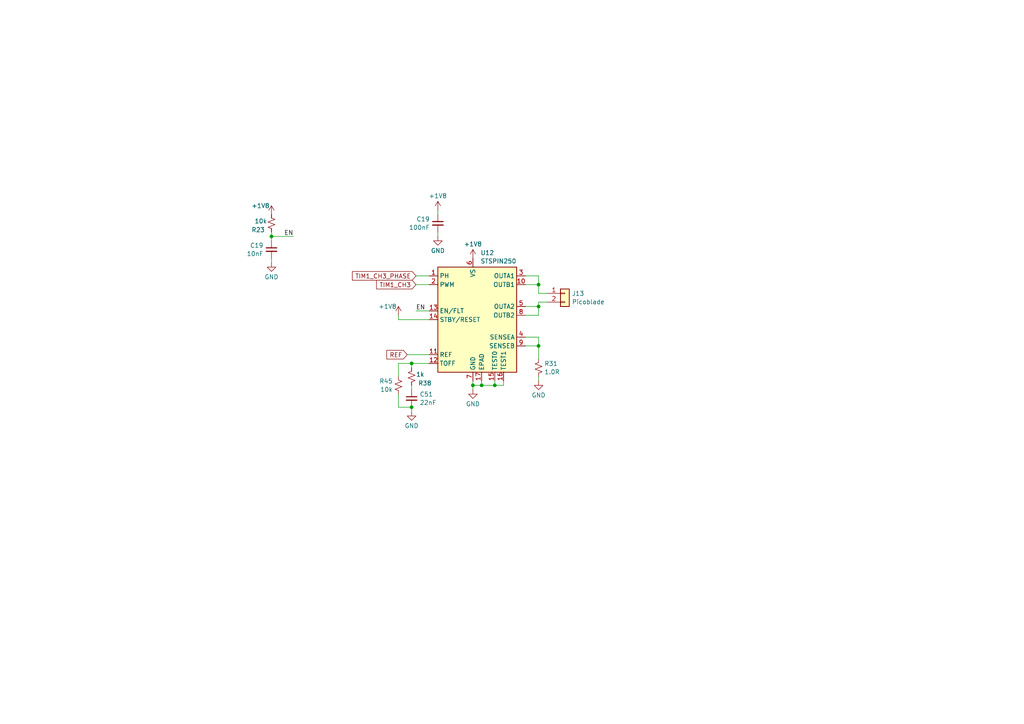
<source format=kicad_sch>
(kicad_sch (version 20230121) (generator eeschema)

  (uuid d3ae3c29-a710-4f7b-94c4-9f99cb159c5b)

  (paper "A4")

  (lib_symbols
    (symbol "Connector_Generic:Conn_01x02" (pin_names (offset 1.016) hide) (in_bom yes) (on_board yes)
      (property "Reference" "J" (at 0 2.54 0)
        (effects (font (size 1.27 1.27)))
      )
      (property "Value" "Conn_01x02" (at 0 -5.08 0)
        (effects (font (size 1.27 1.27)))
      )
      (property "Footprint" "" (at 0 0 0)
        (effects (font (size 1.27 1.27)) hide)
      )
      (property "Datasheet" "~" (at 0 0 0)
        (effects (font (size 1.27 1.27)) hide)
      )
      (property "ki_keywords" "connector" (at 0 0 0)
        (effects (font (size 1.27 1.27)) hide)
      )
      (property "ki_description" "Generic connector, single row, 01x02, script generated (kicad-library-utils/schlib/autogen/connector/)" (at 0 0 0)
        (effects (font (size 1.27 1.27)) hide)
      )
      (property "ki_fp_filters" "Connector*:*_1x??_*" (at 0 0 0)
        (effects (font (size 1.27 1.27)) hide)
      )
      (symbol "Conn_01x02_1_1"
        (rectangle (start -1.27 -2.413) (end 0 -2.667)
          (stroke (width 0.1524) (type default))
          (fill (type none))
        )
        (rectangle (start -1.27 0.127) (end 0 -0.127)
          (stroke (width 0.1524) (type default))
          (fill (type none))
        )
        (rectangle (start -1.27 1.27) (end 1.27 -3.81)
          (stroke (width 0.254) (type default))
          (fill (type background))
        )
        (pin passive line (at -5.08 0 0) (length 3.81)
          (name "Pin_1" (effects (font (size 1.27 1.27))))
          (number "1" (effects (font (size 1.27 1.27))))
        )
        (pin passive line (at -5.08 -2.54 0) (length 3.81)
          (name "Pin_2" (effects (font (size 1.27 1.27))))
          (number "2" (effects (font (size 1.27 1.27))))
        )
      )
    )
    (symbol "Device:C_Small" (pin_numbers hide) (pin_names (offset 0.254) hide) (in_bom yes) (on_board yes)
      (property "Reference" "C" (at 0.254 1.778 0)
        (effects (font (size 1.27 1.27)) (justify left))
      )
      (property "Value" "C_Small" (at 0.254 -2.032 0)
        (effects (font (size 1.27 1.27)) (justify left))
      )
      (property "Footprint" "" (at 0 0 0)
        (effects (font (size 1.27 1.27)) hide)
      )
      (property "Datasheet" "~" (at 0 0 0)
        (effects (font (size 1.27 1.27)) hide)
      )
      (property "ki_keywords" "capacitor cap" (at 0 0 0)
        (effects (font (size 1.27 1.27)) hide)
      )
      (property "ki_description" "Unpolarized capacitor, small symbol" (at 0 0 0)
        (effects (font (size 1.27 1.27)) hide)
      )
      (property "ki_fp_filters" "C_*" (at 0 0 0)
        (effects (font (size 1.27 1.27)) hide)
      )
      (symbol "C_Small_0_1"
        (polyline
          (pts
            (xy -1.524 -0.508)
            (xy 1.524 -0.508)
          )
          (stroke (width 0.3302) (type default))
          (fill (type none))
        )
        (polyline
          (pts
            (xy -1.524 0.508)
            (xy 1.524 0.508)
          )
          (stroke (width 0.3048) (type default))
          (fill (type none))
        )
      )
      (symbol "C_Small_1_1"
        (pin passive line (at 0 2.54 270) (length 2.032)
          (name "~" (effects (font (size 1.27 1.27))))
          (number "1" (effects (font (size 1.27 1.27))))
        )
        (pin passive line (at 0 -2.54 90) (length 2.032)
          (name "~" (effects (font (size 1.27 1.27))))
          (number "2" (effects (font (size 1.27 1.27))))
        )
      )
    )
    (symbol "Device:R_Small_US" (pin_numbers hide) (pin_names (offset 0.254) hide) (in_bom yes) (on_board yes)
      (property "Reference" "R" (at 0.762 0.508 0)
        (effects (font (size 1.27 1.27)) (justify left))
      )
      (property "Value" "R_Small_US" (at 0.762 -1.016 0)
        (effects (font (size 1.27 1.27)) (justify left))
      )
      (property "Footprint" "" (at 0 0 0)
        (effects (font (size 1.27 1.27)) hide)
      )
      (property "Datasheet" "~" (at 0 0 0)
        (effects (font (size 1.27 1.27)) hide)
      )
      (property "ki_keywords" "r resistor" (at 0 0 0)
        (effects (font (size 1.27 1.27)) hide)
      )
      (property "ki_description" "Resistor, small US symbol" (at 0 0 0)
        (effects (font (size 1.27 1.27)) hide)
      )
      (property "ki_fp_filters" "R_*" (at 0 0 0)
        (effects (font (size 1.27 1.27)) hide)
      )
      (symbol "R_Small_US_1_1"
        (polyline
          (pts
            (xy 0 0)
            (xy 1.016 -0.381)
            (xy 0 -0.762)
            (xy -1.016 -1.143)
            (xy 0 -1.524)
          )
          (stroke (width 0) (type default))
          (fill (type none))
        )
        (polyline
          (pts
            (xy 0 1.524)
            (xy 1.016 1.143)
            (xy 0 0.762)
            (xy -1.016 0.381)
            (xy 0 0)
          )
          (stroke (width 0) (type default))
          (fill (type none))
        )
        (pin passive line (at 0 2.54 270) (length 1.016)
          (name "~" (effects (font (size 1.27 1.27))))
          (number "1" (effects (font (size 1.27 1.27))))
        )
        (pin passive line (at 0 -2.54 90) (length 1.016)
          (name "~" (effects (font (size 1.27 1.27))))
          (number "2" (effects (font (size 1.27 1.27))))
        )
      )
    )
    (symbol "components_2:STSPIN250" (in_bom yes) (on_board yes)
      (property "Reference" "U" (at 6.35 21.59 0)
        (effects (font (size 1.27 1.27)))
      )
      (property "Value" "STSPIN250" (at 11.43 19.05 0)
        (effects (font (size 1.27 1.27)))
      )
      (property "Footprint" "" (at 0 24.13 0)
        (effects (font (size 1.27 1.27)) hide)
      )
      (property "Datasheet" "" (at 0 24.13 0)
        (effects (font (size 1.27 1.27)) hide)
      )
      (symbol "STSPIN250_0_1"
        (rectangle (start -10.16 15.24) (end 12.7 -15.24)
          (stroke (width 0.254) (type default))
          (fill (type background))
        )
      )
      (symbol "STSPIN250_1_1"
        (pin input line (at -12.7 12.7 0) (length 2.54)
          (name "PH" (effects (font (size 1.27 1.27))))
          (number "1" (effects (font (size 1.27 1.27))))
        )
        (pin power_out line (at 15.24 10.16 180) (length 2.54)
          (name "OUTB1" (effects (font (size 1.27 1.27))))
          (number "10" (effects (font (size 1.27 1.27))))
        )
        (pin input line (at -12.7 -10.16 0) (length 2.54)
          (name "REF" (effects (font (size 1.27 1.27))))
          (number "11" (effects (font (size 1.27 1.27))))
        )
        (pin input line (at -12.7 -12.7 0) (length 2.54)
          (name "TOFF" (effects (font (size 1.27 1.27))))
          (number "12" (effects (font (size 1.27 1.27))))
        )
        (pin bidirectional line (at -12.7 2.54 0) (length 2.54)
          (name "EN/FLT" (effects (font (size 1.27 1.27))))
          (number "13" (effects (font (size 1.27 1.27))))
        )
        (pin input line (at -12.7 0 0) (length 2.54)
          (name "STBY/RESET" (effects (font (size 1.27 1.27))))
          (number "14" (effects (font (size 1.27 1.27))))
        )
        (pin input line (at 6.35 -17.78 90) (length 2.54)
          (name "TEST0" (effects (font (size 1.27 1.27))))
          (number "15" (effects (font (size 1.27 1.27))))
        )
        (pin input line (at 8.89 -17.78 90) (length 2.54)
          (name "TEST1" (effects (font (size 1.27 1.27))))
          (number "16" (effects (font (size 1.27 1.27))))
        )
        (pin power_in line (at 2.54 -17.78 90) (length 2.54)
          (name "EPAD" (effects (font (size 1.27 1.27))))
          (number "17" (effects (font (size 1.27 1.27))))
        )
        (pin input line (at -12.7 10.16 0) (length 2.54)
          (name "PWM" (effects (font (size 1.27 1.27))))
          (number "2" (effects (font (size 1.27 1.27))))
        )
        (pin power_out line (at 15.24 12.7 180) (length 2.54)
          (name "OUTA1" (effects (font (size 1.27 1.27))))
          (number "3" (effects (font (size 1.27 1.27))))
        )
        (pin power_out line (at 15.24 -5.08 180) (length 2.54)
          (name "SENSEA" (effects (font (size 1.27 1.27))))
          (number "4" (effects (font (size 1.27 1.27))))
        )
        (pin power_out line (at 15.24 3.81 180) (length 2.54)
          (name "OUTA2" (effects (font (size 1.27 1.27))))
          (number "5" (effects (font (size 1.27 1.27))))
        )
        (pin power_in line (at 0 17.78 270) (length 2.54)
          (name "VS" (effects (font (size 1.27 1.27))))
          (number "6" (effects (font (size 1.27 1.27))))
        )
        (pin power_in line (at 0 -17.78 90) (length 2.54)
          (name "GND" (effects (font (size 1.27 1.27))))
          (number "7" (effects (font (size 1.27 1.27))))
        )
        (pin power_out line (at 15.24 1.27 180) (length 2.54)
          (name "OUTB2" (effects (font (size 1.27 1.27))))
          (number "8" (effects (font (size 1.27 1.27))))
        )
        (pin power_out line (at 15.24 -7.62 180) (length 2.54)
          (name "SENSEB" (effects (font (size 1.27 1.27))))
          (number "9" (effects (font (size 1.27 1.27))))
        )
      )
    )
    (symbol "power:+1V8" (power) (pin_names (offset 0)) (in_bom yes) (on_board yes)
      (property "Reference" "#PWR" (at 0 -3.81 0)
        (effects (font (size 1.27 1.27)) hide)
      )
      (property "Value" "+1V8" (at 0 3.556 0)
        (effects (font (size 1.27 1.27)))
      )
      (property "Footprint" "" (at 0 0 0)
        (effects (font (size 1.27 1.27)) hide)
      )
      (property "Datasheet" "" (at 0 0 0)
        (effects (font (size 1.27 1.27)) hide)
      )
      (property "ki_keywords" "global power" (at 0 0 0)
        (effects (font (size 1.27 1.27)) hide)
      )
      (property "ki_description" "Power symbol creates a global label with name \"+1V8\"" (at 0 0 0)
        (effects (font (size 1.27 1.27)) hide)
      )
      (symbol "+1V8_0_1"
        (polyline
          (pts
            (xy -0.762 1.27)
            (xy 0 2.54)
          )
          (stroke (width 0) (type default))
          (fill (type none))
        )
        (polyline
          (pts
            (xy 0 0)
            (xy 0 2.54)
          )
          (stroke (width 0) (type default))
          (fill (type none))
        )
        (polyline
          (pts
            (xy 0 2.54)
            (xy 0.762 1.27)
          )
          (stroke (width 0) (type default))
          (fill (type none))
        )
      )
      (symbol "+1V8_1_1"
        (pin power_in line (at 0 0 90) (length 0) hide
          (name "+1V8" (effects (font (size 1.27 1.27))))
          (number "1" (effects (font (size 1.27 1.27))))
        )
      )
    )
    (symbol "power:GND" (power) (pin_names (offset 0)) (in_bom yes) (on_board yes)
      (property "Reference" "#PWR" (at 0 -6.35 0)
        (effects (font (size 1.27 1.27)) hide)
      )
      (property "Value" "GND" (at 0 -3.81 0)
        (effects (font (size 1.27 1.27)))
      )
      (property "Footprint" "" (at 0 0 0)
        (effects (font (size 1.27 1.27)) hide)
      )
      (property "Datasheet" "" (at 0 0 0)
        (effects (font (size 1.27 1.27)) hide)
      )
      (property "ki_keywords" "global power" (at 0 0 0)
        (effects (font (size 1.27 1.27)) hide)
      )
      (property "ki_description" "Power symbol creates a global label with name \"GND\" , ground" (at 0 0 0)
        (effects (font (size 1.27 1.27)) hide)
      )
      (symbol "GND_0_1"
        (polyline
          (pts
            (xy 0 0)
            (xy 0 -1.27)
            (xy 1.27 -1.27)
            (xy 0 -2.54)
            (xy -1.27 -1.27)
            (xy 0 -1.27)
          )
          (stroke (width 0) (type default))
          (fill (type none))
        )
      )
      (symbol "GND_1_1"
        (pin power_in line (at 0 0 270) (length 0) hide
          (name "GND" (effects (font (size 1.27 1.27))))
          (number "1" (effects (font (size 1.27 1.27))))
        )
      )
    )
  )

  (junction (at 156.21 88.9) (diameter 0) (color 0 0 0 0)
    (uuid 434cb4db-e008-497a-ac75-29356549856d)
  )
  (junction (at 156.21 82.55) (diameter 0) (color 0 0 0 0)
    (uuid 73c65292-b353-4b6d-8478-edeff7afb8c7)
  )
  (junction (at 119.38 118.11) (diameter 0) (color 0 0 0 0)
    (uuid 94b6b8c9-8047-4795-9a9c-fb7cd95c839f)
  )
  (junction (at 156.21 100.33) (diameter 0) (color 0 0 0 0)
    (uuid a7a6fb4e-42d6-42a7-bbf0-d6c88e0348fa)
  )
  (junction (at 78.74 68.58) (diameter 0) (color 0 0 0 0)
    (uuid b2e0f427-5962-44be-b0f9-eda8148ce23a)
  )
  (junction (at 143.51 111.76) (diameter 0) (color 0 0 0 0)
    (uuid b3b1cf1f-3840-4d7e-9047-79997c3d87d6)
  )
  (junction (at 137.16 111.76) (diameter 0) (color 0 0 0 0)
    (uuid cbccabf5-514d-4f33-a5e2-8afd2e5196d0)
  )
  (junction (at 119.38 105.41) (diameter 0) (color 0 0 0 0)
    (uuid e8e8b19e-38ee-46f6-abe7-2eb9415a0c45)
  )
  (junction (at 139.7 111.76) (diameter 0) (color 0 0 0 0)
    (uuid ef668624-f822-4384-8bde-da48dda47b2b)
  )

  (wire (pts (xy 158.75 87.63) (xy 156.21 87.63))
    (stroke (width 0) (type default))
    (uuid 03cd1acd-860c-41b6-a0cf-6e5051d36e0a)
  )
  (wire (pts (xy 119.38 119.38) (xy 119.38 118.11))
    (stroke (width 0) (type default))
    (uuid 0b449ecc-9c82-4820-8698-d2d4d1a6b484)
  )
  (wire (pts (xy 152.4 91.44) (xy 156.21 91.44))
    (stroke (width 0) (type default))
    (uuid 0eadbab4-a729-4a40-b7f8-df60fec4a64f)
  )
  (wire (pts (xy 115.57 92.71) (xy 124.46 92.71))
    (stroke (width 0) (type default))
    (uuid 0f466d35-9b0b-4ceb-b8cd-ea19adb3e898)
  )
  (wire (pts (xy 78.74 68.58) (xy 78.74 69.85))
    (stroke (width 0) (type default))
    (uuid 10c174e6-6657-4f26-81d0-7e8d1251c9a0)
  )
  (wire (pts (xy 143.51 111.76) (xy 143.51 110.49))
    (stroke (width 0) (type default))
    (uuid 19da91f9-6a5f-48be-9fcf-aa2467619f8e)
  )
  (wire (pts (xy 156.21 100.33) (xy 156.21 104.14))
    (stroke (width 0) (type default))
    (uuid 1b9f4e11-f494-4182-b389-bc772a267783)
  )
  (wire (pts (xy 115.57 105.41) (xy 119.38 105.41))
    (stroke (width 0) (type default))
    (uuid 20724527-7776-4670-b0cc-9f7d650e952e)
  )
  (wire (pts (xy 120.65 82.55) (xy 124.46 82.55))
    (stroke (width 0) (type default))
    (uuid 213ec6fa-68ef-4c59-9ff8-40dfbf968048)
  )
  (wire (pts (xy 156.21 97.79) (xy 156.21 100.33))
    (stroke (width 0) (type default))
    (uuid 23522f3e-82c7-4660-bf36-698bed9ff747)
  )
  (wire (pts (xy 115.57 105.41) (xy 115.57 109.22))
    (stroke (width 0) (type default))
    (uuid 266f7f8c-85f0-4bfc-ac14-3e43d1278dbb)
  )
  (wire (pts (xy 118.11 102.87) (xy 124.46 102.87))
    (stroke (width 0) (type default))
    (uuid 281cc014-5e66-4632-bf75-9540f4ceba37)
  )
  (wire (pts (xy 139.7 111.76) (xy 143.51 111.76))
    (stroke (width 0) (type default))
    (uuid 2c7a6d3a-27d4-47e9-a4c8-a2f54c3346dd)
  )
  (wire (pts (xy 115.57 91.44) (xy 115.57 92.71))
    (stroke (width 0) (type default))
    (uuid 2e373b68-696b-43be-8c67-9f63ce48e298)
  )
  (wire (pts (xy 119.38 111.76) (xy 119.38 113.03))
    (stroke (width 0) (type default))
    (uuid 2e7aa4f7-2f59-45c0-9c9e-df1fa5d386ac)
  )
  (wire (pts (xy 156.21 88.9) (xy 156.21 91.44))
    (stroke (width 0) (type default))
    (uuid 445ea813-6607-4352-8695-0473fe659a8a)
  )
  (wire (pts (xy 137.16 111.76) (xy 137.16 113.03))
    (stroke (width 0) (type default))
    (uuid 45a19862-9131-4617-be6d-7f257a3c5054)
  )
  (wire (pts (xy 139.7 111.76) (xy 139.7 110.49))
    (stroke (width 0) (type default))
    (uuid 487c0dd1-8201-4f33-b8f2-393144b038f8)
  )
  (wire (pts (xy 78.74 74.93) (xy 78.74 76.2))
    (stroke (width 0) (type default))
    (uuid 48b0d40a-c2bb-4c9e-8def-c94f9fd30b0f)
  )
  (wire (pts (xy 146.05 111.76) (xy 146.05 110.49))
    (stroke (width 0) (type default))
    (uuid 4ce01599-ccbc-4594-b42d-d099858787a8)
  )
  (wire (pts (xy 137.16 110.49) (xy 137.16 111.76))
    (stroke (width 0) (type default))
    (uuid 603a7429-cd78-4607-ab5d-caf3dfa7385e)
  )
  (wire (pts (xy 156.21 85.09) (xy 158.75 85.09))
    (stroke (width 0) (type default))
    (uuid 6d3e1bae-fd32-4e05-b28b-78396ec183c2)
  )
  (wire (pts (xy 127 67.31) (xy 127 68.58))
    (stroke (width 0) (type default))
    (uuid 78851fe2-9688-4dbc-9a81-e27ce981c1f3)
  )
  (wire (pts (xy 156.21 82.55) (xy 156.21 85.09))
    (stroke (width 0) (type default))
    (uuid 815d45b0-8540-4fa8-8a69-4ab3476e3638)
  )
  (wire (pts (xy 152.4 82.55) (xy 156.21 82.55))
    (stroke (width 0) (type default))
    (uuid 911ea3c5-c522-48e4-b8b7-ffe02eb55a93)
  )
  (wire (pts (xy 143.51 111.76) (xy 146.05 111.76))
    (stroke (width 0) (type default))
    (uuid 91d6b792-46f7-47f9-91e4-44f1397bc96d)
  )
  (wire (pts (xy 152.4 97.79) (xy 156.21 97.79))
    (stroke (width 0) (type default))
    (uuid a13d80eb-dd9f-4a70-b224-482e1c96e3df)
  )
  (wire (pts (xy 156.21 88.9) (xy 152.4 88.9))
    (stroke (width 0) (type default))
    (uuid a660deba-e634-41a5-9be9-1acdd54ca362)
  )
  (wire (pts (xy 152.4 100.33) (xy 156.21 100.33))
    (stroke (width 0) (type default))
    (uuid b7184f51-76fc-4818-af53-3af825e81bd1)
  )
  (wire (pts (xy 115.57 118.11) (xy 119.38 118.11))
    (stroke (width 0) (type default))
    (uuid c318da2f-fddf-4636-993e-5bc7cca1beac)
  )
  (wire (pts (xy 156.21 80.01) (xy 156.21 82.55))
    (stroke (width 0) (type default))
    (uuid df2ba190-63ee-43e9-80ec-603bc7b1877f)
  )
  (wire (pts (xy 137.16 111.76) (xy 139.7 111.76))
    (stroke (width 0) (type default))
    (uuid e3059f48-6eba-4772-a1e5-7160201bb03c)
  )
  (wire (pts (xy 78.74 68.58) (xy 85.09 68.58))
    (stroke (width 0) (type default))
    (uuid e4ef5a03-43fe-44e2-8aa9-6950ee3af00e)
  )
  (wire (pts (xy 120.65 90.17) (xy 124.46 90.17))
    (stroke (width 0) (type default))
    (uuid e9a31b84-fa76-47dc-b181-4530f0359c14)
  )
  (wire (pts (xy 156.21 109.22) (xy 156.21 110.49))
    (stroke (width 0) (type default))
    (uuid eb020714-22ff-400a-b95c-78631cd48784)
  )
  (wire (pts (xy 120.65 80.01) (xy 124.46 80.01))
    (stroke (width 0) (type default))
    (uuid eeb44404-0dad-4d39-9308-e8530397cb83)
  )
  (wire (pts (xy 119.38 105.41) (xy 119.38 106.68))
    (stroke (width 0) (type default))
    (uuid f1eb8655-58c5-4a22-8f79-c4cc1f1bf9d1)
  )
  (wire (pts (xy 78.74 67.31) (xy 78.74 68.58))
    (stroke (width 0) (type default))
    (uuid f5b000b5-82f5-47da-a69d-d5582f2f8b9b)
  )
  (wire (pts (xy 127 60.96) (xy 127 62.23))
    (stroke (width 0) (type default))
    (uuid f720122c-4380-418b-9614-9675d2e484e4)
  )
  (wire (pts (xy 115.57 114.3) (xy 115.57 118.11))
    (stroke (width 0) (type default))
    (uuid f7316a7e-2476-4819-8fb7-96fb7a77e1e5)
  )
  (wire (pts (xy 119.38 105.41) (xy 124.46 105.41))
    (stroke (width 0) (type default))
    (uuid f7a28afd-0294-4a52-a35d-87b0cb052b0f)
  )
  (wire (pts (xy 156.21 87.63) (xy 156.21 88.9))
    (stroke (width 0) (type default))
    (uuid fd07932c-b6c9-4dc1-bdde-48111e3bddea)
  )
  (wire (pts (xy 152.4 80.01) (xy 156.21 80.01))
    (stroke (width 0) (type default))
    (uuid fd3999ed-52e0-460b-b2ea-b4287d468792)
  )

  (label "EN" (at 85.09 68.58 180) (fields_autoplaced)
    (effects (font (size 1.27 1.27)) (justify right bottom))
    (uuid 40e18777-021e-46d5-a4b3-cceb8d9c7ca3)
  )
  (label "EN" (at 120.65 90.17 0) (fields_autoplaced)
    (effects (font (size 1.27 1.27)) (justify left bottom))
    (uuid cc3ae181-a2dc-4730-89a8-d239b9afe088)
  )

  (global_label "TIM1_CH3" (shape input) (at 120.65 82.55 180) (fields_autoplaced)
    (effects (font (size 1.27 1.27)) (justify right))
    (uuid 190d8736-f1b1-4eba-9039-62dbf328e9fb)
    (property "Intersheetrefs" "${INTERSHEET_REFS}" (at 108.6539 82.55 0)
      (effects (font (size 1.27 1.27)) (justify right) hide)
    )
  )
  (global_label "TIM1_CH3_PHASE" (shape input) (at 120.65 80.01 180) (fields_autoplaced)
    (effects (font (size 1.27 1.27)) (justify right))
    (uuid 42700899-b8a5-4036-be79-1cc8173671b9)
    (property "Intersheetrefs" "${INTERSHEET_REFS}" (at 101.6387 80.01 0)
      (effects (font (size 1.27 1.27)) (justify right) hide)
    )
  )
  (global_label "REF" (shape input) (at 118.11 102.87 180) (fields_autoplaced)
    (effects (font (size 1.27 1.27)) (justify right))
    (uuid f43ae0ba-2591-452d-8a6b-35f09c266872)
    (property "Intersheetrefs" "${INTERSHEET_REFS}" (at 111.6172 102.87 0)
      (effects (font (size 1.27 1.27)) (justify right) hide)
    )
  )

  (symbol (lib_id "power:GND") (at 78.74 76.2 0) (unit 1)
    (in_bom yes) (on_board yes) (dnp no)
    (uuid 03cc2c3e-da3c-4d85-984c-50b709742d8c)
    (property "Reference" "#PWR064" (at 78.74 82.55 0)
      (effects (font (size 1.27 1.27)) hide)
    )
    (property "Value" "GND" (at 78.74 80.3331 0)
      (effects (font (size 1.27 1.27)))
    )
    (property "Footprint" "" (at 78.74 76.2 0)
      (effects (font (size 1.27 1.27)) hide)
    )
    (property "Datasheet" "" (at 78.74 76.2 0)
      (effects (font (size 1.27 1.27)) hide)
    )
    (pin "1" (uuid 63442eb4-73db-4689-81d6-ca61826e93ac))
    (instances
      (project "KASM_PCB_REV1"
        (path "/bcd76057-59fd-41c5-bb52-9bafb2ef74e0/04e958db-aa3d-41e7-905b-1283accbf3a5"
          (reference "#PWR064") (unit 1)
        )
        (path "/bcd76057-59fd-41c5-bb52-9bafb2ef74e0/04e958db-aa3d-41e7-905b-1283accbf3a5/317da025-5f62-4c93-8d06-7954e608af1c"
          (reference "#PWR015") (unit 1)
        )
        (path "/bcd76057-59fd-41c5-bb52-9bafb2ef74e0/04e958db-aa3d-41e7-905b-1283accbf3a5/e0928f68-e618-4bed-a90d-d4217e4537fe"
          (reference "#PWR0124") (unit 1)
        )
      )
    )
  )

  (symbol (lib_id "components_2:STSPIN250") (at 137.16 92.71 0) (unit 1)
    (in_bom yes) (on_board yes) (dnp no) (fields_autoplaced)
    (uuid 19eeca92-6ca8-4a31-b672-8fde65669788)
    (property "Reference" "U12" (at 139.3541 73.3257 0)
      (effects (font (size 1.27 1.27)) (justify left))
    )
    (property "Value" "STSPIN250" (at 139.3541 75.7499 0)
      (effects (font (size 1.27 1.27)) (justify left))
    )
    (property "Footprint" "Ultra_librarian:VFQFPN16_STSPIN_STM" (at 137.16 68.58 0)
      (effects (font (size 1.27 1.27)) hide)
    )
    (property "Datasheet" "" (at 137.16 68.58 0)
      (effects (font (size 1.27 1.27)) hide)
    )
    (property "LCSC" "C155561" (at 137.16 92.71 0)
      (effects (font (size 1.27 1.27)) hide)
    )
    (pin "1" (uuid e46c6c14-ad89-41e7-8adc-19629b9363a5))
    (pin "10" (uuid 97811da0-6c20-4a56-8acc-ede948d652a4))
    (pin "11" (uuid 6cd8da83-5e41-42b5-9795-1502d753ce59))
    (pin "12" (uuid 5072d2bc-849c-45b0-86a6-f246efd8c396))
    (pin "13" (uuid 4e2c5edb-598c-4673-981e-bcf1a29386c7))
    (pin "14" (uuid ed236e16-818c-40c0-8947-e853eeccb1af))
    (pin "15" (uuid 027bc0af-25d8-4ee4-b50a-e4daa7fb83c4))
    (pin "16" (uuid 1f78152d-2d05-4851-8d13-4c6d33a2c056))
    (pin "17" (uuid 2a41c778-4014-4d8b-a467-265f45364098))
    (pin "2" (uuid d0ed151e-5bd0-4e9e-9f18-83566a9c2c95))
    (pin "3" (uuid e5cded07-f179-4277-acae-df617063fae1))
    (pin "4" (uuid 7dcbdaa4-9ce3-441b-bc2b-1453d2e23489))
    (pin "5" (uuid 73c7dc44-4717-45ba-9c72-8d83ddba3050))
    (pin "6" (uuid b625d927-c8b1-4d35-b443-f77956de00b2))
    (pin "7" (uuid fac90f5f-7773-4d00-a29d-cf122037bab4))
    (pin "8" (uuid a5d3c886-c924-40c6-89f2-10d7a9adb180))
    (pin "9" (uuid 917c6d82-403f-49be-8bb7-e6186ace1d0d))
    (instances
      (project "KASM_PCB_REV1"
        (path "/bcd76057-59fd-41c5-bb52-9bafb2ef74e0/04e958db-aa3d-41e7-905b-1283accbf3a5"
          (reference "U12") (unit 1)
        )
        (path "/bcd76057-59fd-41c5-bb52-9bafb2ef74e0/04e958db-aa3d-41e7-905b-1283accbf3a5/18dc00ae-3159-4780-b672-12977f79e5ac"
          (reference "U5") (unit 1)
        )
        (path "/bcd76057-59fd-41c5-bb52-9bafb2ef74e0/04e958db-aa3d-41e7-905b-1283accbf3a5/0e4a8bf2-0dd0-4daf-93f5-21aaab6e9079"
          (reference "U12") (unit 1)
        )
        (path "/bcd76057-59fd-41c5-bb52-9bafb2ef74e0/04e958db-aa3d-41e7-905b-1283accbf3a5/fa3e3175-0ec2-4c23-918b-18b69f6d22c9"
          (reference "U7") (unit 1)
        )
        (path "/bcd76057-59fd-41c5-bb52-9bafb2ef74e0/04e958db-aa3d-41e7-905b-1283accbf3a5/5eb57887-e81e-4477-9dd7-7aacc0de0d0b"
          (reference "U34") (unit 1)
        )
        (path "/bcd76057-59fd-41c5-bb52-9bafb2ef74e0/04e958db-aa3d-41e7-905b-1283accbf3a5/035548b8-a31f-4ce4-88ad-eb25e49c8086"
          (reference "U36") (unit 1)
        )
        (path "/bcd76057-59fd-41c5-bb52-9bafb2ef74e0/04e958db-aa3d-41e7-905b-1283accbf3a5/ea7abcee-3bcc-4e0d-ba1f-bfc5afeaff56"
          (reference "U37") (unit 1)
        )
        (path "/bcd76057-59fd-41c5-bb52-9bafb2ef74e0/04e958db-aa3d-41e7-905b-1283accbf3a5/d43b2610-0e88-49f5-accf-91021c3a3747"
          (reference "U38") (unit 1)
        )
        (path "/bcd76057-59fd-41c5-bb52-9bafb2ef74e0/04e958db-aa3d-41e7-905b-1283accbf3a5/183aa310-3222-4137-baac-257f5699b820"
          (reference "U39") (unit 1)
        )
        (path "/bcd76057-59fd-41c5-bb52-9bafb2ef74e0/04e958db-aa3d-41e7-905b-1283accbf3a5/517c7ed0-094c-4bf8-893e-b74da427973a"
          (reference "U40") (unit 1)
        )
        (path "/bcd76057-59fd-41c5-bb52-9bafb2ef74e0/04e958db-aa3d-41e7-905b-1283accbf3a5/31bee4a8-b94d-44ab-a7b7-0e5ab7943934"
          (reference "U41") (unit 1)
        )
        (path "/bcd76057-59fd-41c5-bb52-9bafb2ef74e0/04e958db-aa3d-41e7-905b-1283accbf3a5/3c7f0f67-84e4-46e0-ae69-a3c8008fc518"
          (reference "U42") (unit 1)
        )
        (path "/bcd76057-59fd-41c5-bb52-9bafb2ef74e0/04e958db-aa3d-41e7-905b-1283accbf3a5/09624144-9abc-4214-b8b3-19be92fa01bb"
          (reference "U43") (unit 1)
        )
        (path "/bcd76057-59fd-41c5-bb52-9bafb2ef74e0/04e958db-aa3d-41e7-905b-1283accbf3a5/debcf873-ffd9-4218-a838-354e10f40114"
          (reference "U44") (unit 1)
        )
        (path "/bcd76057-59fd-41c5-bb52-9bafb2ef74e0/04e958db-aa3d-41e7-905b-1283accbf3a5/f3d20732-cdac-44e3-a331-3cd31b97ff57"
          (reference "U45") (unit 1)
        )
        (path "/bcd76057-59fd-41c5-bb52-9bafb2ef74e0/04e958db-aa3d-41e7-905b-1283accbf3a5/d282b751-7721-4014-b2b7-469980c2fd3d"
          (reference "U46") (unit 1)
        )
        (path "/bcd76057-59fd-41c5-bb52-9bafb2ef74e0/04e958db-aa3d-41e7-905b-1283accbf3a5/2f342150-1aa1-4808-811e-c8652a7360ed"
          (reference "U47") (unit 1)
        )
        (path "/bcd76057-59fd-41c5-bb52-9bafb2ef74e0/04e958db-aa3d-41e7-905b-1283accbf3a5/880b3b36-85e8-4c3c-aa09-491ac2842d9f"
          (reference "U48") (unit 1)
        )
        (path "/bcd76057-59fd-41c5-bb52-9bafb2ef74e0/04e958db-aa3d-41e7-905b-1283accbf3a5/a00a6dc6-5da7-4e1f-b4ec-6af8efc204f4"
          (reference "U49") (unit 1)
        )
        (path "/bcd76057-59fd-41c5-bb52-9bafb2ef74e0/04e958db-aa3d-41e7-905b-1283accbf3a5/fb97f32a-344e-42d0-80a3-2f30f649c95b"
          (reference "U50") (unit 1)
        )
        (path "/bcd76057-59fd-41c5-bb52-9bafb2ef74e0/04e958db-aa3d-41e7-905b-1283accbf3a5/758d2951-640e-4c88-be12-1a100eb086a5"
          (reference "U51") (unit 1)
        )
        (path "/bcd76057-59fd-41c5-bb52-9bafb2ef74e0/04e958db-aa3d-41e7-905b-1283accbf3a5/1e6d7f69-4122-453e-9254-d2339f5150d7"
          (reference "U52") (unit 1)
        )
        (path "/bcd76057-59fd-41c5-bb52-9bafb2ef74e0/04e958db-aa3d-41e7-905b-1283accbf3a5/cc8e9e82-b38f-4c96-81d0-3ca8ac77f771"
          (reference "U53") (unit 1)
        )
        (path "/bcd76057-59fd-41c5-bb52-9bafb2ef74e0/04e958db-aa3d-41e7-905b-1283accbf3a5/b1894ed9-6a63-4439-a2e8-1827c3e49ee7"
          (reference "U54") (unit 1)
        )
        (path "/bcd76057-59fd-41c5-bb52-9bafb2ef74e0/04e958db-aa3d-41e7-905b-1283accbf3a5/a49d49c7-da1f-4137-a620-bdc9f58595d1"
          (reference "U55") (unit 1)
        )
        (path "/bcd76057-59fd-41c5-bb52-9bafb2ef74e0/04e958db-aa3d-41e7-905b-1283accbf3a5/80cd4e08-0efe-488f-8e92-54beb1b4d1f2"
          (reference "U56") (unit 1)
        )
        (path "/bcd76057-59fd-41c5-bb52-9bafb2ef74e0/04e958db-aa3d-41e7-905b-1283accbf3a5/317da025-5f62-4c93-8d06-7954e608af1c"
          (reference "U57") (unit 1)
        )
        (path "/bcd76057-59fd-41c5-bb52-9bafb2ef74e0/04e958db-aa3d-41e7-905b-1283accbf3a5/e0928f68-e618-4bed-a90d-d4217e4537fe"
          (reference "U35") (unit 1)
        )
      )
    )
  )

  (symbol (lib_id "power:GND") (at 119.38 119.38 0) (unit 1)
    (in_bom yes) (on_board yes) (dnp no)
    (uuid 1b560aea-f1d1-4242-9055-9226e0b1f112)
    (property "Reference" "#PWR0113" (at 119.38 125.73 0)
      (effects (font (size 1.27 1.27)) hide)
    )
    (property "Value" "GND" (at 119.38 123.5131 0)
      (effects (font (size 1.27 1.27)))
    )
    (property "Footprint" "" (at 119.38 119.38 0)
      (effects (font (size 1.27 1.27)) hide)
    )
    (property "Datasheet" "" (at 119.38 119.38 0)
      (effects (font (size 1.27 1.27)) hide)
    )
    (pin "1" (uuid 4637a27a-c5c6-4311-b6dc-3fecae4bd51a))
    (instances
      (project "KASM_PCB_REV1"
        (path "/bcd76057-59fd-41c5-bb52-9bafb2ef74e0/04e958db-aa3d-41e7-905b-1283accbf3a5"
          (reference "#PWR0113") (unit 1)
        )
        (path "/bcd76057-59fd-41c5-bb52-9bafb2ef74e0/04e958db-aa3d-41e7-905b-1283accbf3a5/18dc00ae-3159-4780-b672-12977f79e5ac"
          (reference "#PWR0106") (unit 1)
        )
        (path "/bcd76057-59fd-41c5-bb52-9bafb2ef74e0/04e958db-aa3d-41e7-905b-1283accbf3a5/0e4a8bf2-0dd0-4daf-93f5-21aaab6e9079"
          (reference "#PWR0262") (unit 1)
        )
        (path "/bcd76057-59fd-41c5-bb52-9bafb2ef74e0/04e958db-aa3d-41e7-905b-1283accbf3a5/fa3e3175-0ec2-4c23-918b-18b69f6d22c9"
          (reference "#PWR0108") (unit 1)
        )
        (path "/bcd76057-59fd-41c5-bb52-9bafb2ef74e0/04e958db-aa3d-41e7-905b-1283accbf3a5/5eb57887-e81e-4477-9dd7-7aacc0de0d0b"
          (reference "#PWR0269") (unit 1)
        )
        (path "/bcd76057-59fd-41c5-bb52-9bafb2ef74e0/04e958db-aa3d-41e7-905b-1283accbf3a5/035548b8-a31f-4ce4-88ad-eb25e49c8086"
          (reference "#PWR0283") (unit 1)
        )
        (path "/bcd76057-59fd-41c5-bb52-9bafb2ef74e0/04e958db-aa3d-41e7-905b-1283accbf3a5/ea7abcee-3bcc-4e0d-ba1f-bfc5afeaff56"
          (reference "#PWR0290") (unit 1)
        )
        (path "/bcd76057-59fd-41c5-bb52-9bafb2ef74e0/04e958db-aa3d-41e7-905b-1283accbf3a5/d43b2610-0e88-49f5-accf-91021c3a3747"
          (reference "#PWR0297") (unit 1)
        )
        (path "/bcd76057-59fd-41c5-bb52-9bafb2ef74e0/04e958db-aa3d-41e7-905b-1283accbf3a5/183aa310-3222-4137-baac-257f5699b820"
          (reference "#PWR0304") (unit 1)
        )
        (path "/bcd76057-59fd-41c5-bb52-9bafb2ef74e0/04e958db-aa3d-41e7-905b-1283accbf3a5/517c7ed0-094c-4bf8-893e-b74da427973a"
          (reference "#PWR0311") (unit 1)
        )
        (path "/bcd76057-59fd-41c5-bb52-9bafb2ef74e0/04e958db-aa3d-41e7-905b-1283accbf3a5/31bee4a8-b94d-44ab-a7b7-0e5ab7943934"
          (reference "#PWR0318") (unit 1)
        )
        (path "/bcd76057-59fd-41c5-bb52-9bafb2ef74e0/04e958db-aa3d-41e7-905b-1283accbf3a5/3c7f0f67-84e4-46e0-ae69-a3c8008fc518"
          (reference "#PWR0325") (unit 1)
        )
        (path "/bcd76057-59fd-41c5-bb52-9bafb2ef74e0/04e958db-aa3d-41e7-905b-1283accbf3a5/09624144-9abc-4214-b8b3-19be92fa01bb"
          (reference "#PWR0332") (unit 1)
        )
        (path "/bcd76057-59fd-41c5-bb52-9bafb2ef74e0/04e958db-aa3d-41e7-905b-1283accbf3a5/debcf873-ffd9-4218-a838-354e10f40114"
          (reference "#PWR0339") (unit 1)
        )
        (path "/bcd76057-59fd-41c5-bb52-9bafb2ef74e0/04e958db-aa3d-41e7-905b-1283accbf3a5/f3d20732-cdac-44e3-a331-3cd31b97ff57"
          (reference "#PWR0346") (unit 1)
        )
        (path "/bcd76057-59fd-41c5-bb52-9bafb2ef74e0/04e958db-aa3d-41e7-905b-1283accbf3a5/d282b751-7721-4014-b2b7-469980c2fd3d"
          (reference "#PWR0353") (unit 1)
        )
        (path "/bcd76057-59fd-41c5-bb52-9bafb2ef74e0/04e958db-aa3d-41e7-905b-1283accbf3a5/2f342150-1aa1-4808-811e-c8652a7360ed"
          (reference "#PWR0360") (unit 1)
        )
        (path "/bcd76057-59fd-41c5-bb52-9bafb2ef74e0/04e958db-aa3d-41e7-905b-1283accbf3a5/880b3b36-85e8-4c3c-aa09-491ac2842d9f"
          (reference "#PWR0367") (unit 1)
        )
        (path "/bcd76057-59fd-41c5-bb52-9bafb2ef74e0/04e958db-aa3d-41e7-905b-1283accbf3a5/a00a6dc6-5da7-4e1f-b4ec-6af8efc204f4"
          (reference "#PWR0374") (unit 1)
        )
        (path "/bcd76057-59fd-41c5-bb52-9bafb2ef74e0/04e958db-aa3d-41e7-905b-1283accbf3a5/fb97f32a-344e-42d0-80a3-2f30f649c95b"
          (reference "#PWR0381") (unit 1)
        )
        (path "/bcd76057-59fd-41c5-bb52-9bafb2ef74e0/04e958db-aa3d-41e7-905b-1283accbf3a5/758d2951-640e-4c88-be12-1a100eb086a5"
          (reference "#PWR0388") (unit 1)
        )
        (path "/bcd76057-59fd-41c5-bb52-9bafb2ef74e0/04e958db-aa3d-41e7-905b-1283accbf3a5/1e6d7f69-4122-453e-9254-d2339f5150d7"
          (reference "#PWR0395") (unit 1)
        )
        (path "/bcd76057-59fd-41c5-bb52-9bafb2ef74e0/04e958db-aa3d-41e7-905b-1283accbf3a5/cc8e9e82-b38f-4c96-81d0-3ca8ac77f771"
          (reference "#PWR0402") (unit 1)
        )
        (path "/bcd76057-59fd-41c5-bb52-9bafb2ef74e0/04e958db-aa3d-41e7-905b-1283accbf3a5/b1894ed9-6a63-4439-a2e8-1827c3e49ee7"
          (reference "#PWR0409") (unit 1)
        )
        (path "/bcd76057-59fd-41c5-bb52-9bafb2ef74e0/04e958db-aa3d-41e7-905b-1283accbf3a5/a49d49c7-da1f-4137-a620-bdc9f58595d1"
          (reference "#PWR0416") (unit 1)
        )
        (path "/bcd76057-59fd-41c5-bb52-9bafb2ef74e0/04e958db-aa3d-41e7-905b-1283accbf3a5/80cd4e08-0efe-488f-8e92-54beb1b4d1f2"
          (reference "#PWR0423") (unit 1)
        )
        (path "/bcd76057-59fd-41c5-bb52-9bafb2ef74e0/04e958db-aa3d-41e7-905b-1283accbf3a5/317da025-5f62-4c93-8d06-7954e608af1c"
          (reference "#PWR0430") (unit 1)
        )
        (path "/bcd76057-59fd-41c5-bb52-9bafb2ef74e0/04e958db-aa3d-41e7-905b-1283accbf3a5/e0928f68-e618-4bed-a90d-d4217e4537fe"
          (reference "#PWR0276") (unit 1)
        )
      )
    )
  )

  (symbol (lib_id "Device:R_Small_US") (at 115.57 111.76 0) (unit 1)
    (in_bom yes) (on_board yes) (dnp no)
    (uuid 1c0f638b-f20f-4b2e-b1b4-83a656ba64a2)
    (property "Reference" "R45" (at 113.919 110.5479 0)
      (effects (font (size 1.27 1.27)) (justify right))
    )
    (property "Value" "10k" (at 113.919 112.9721 0)
      (effects (font (size 1.27 1.27)) (justify right))
    )
    (property "Footprint" "Resistor_SMD:R_0402_1005Metric" (at 115.57 111.76 0)
      (effects (font (size 1.27 1.27)) hide)
    )
    (property "Datasheet" "~" (at 115.57 111.76 0)
      (effects (font (size 1.27 1.27)) hide)
    )
    (property "LCSC" "C25744" (at 115.57 111.76 0)
      (effects (font (size 1.27 1.27)) hide)
    )
    (pin "1" (uuid 32b177db-daf9-4a6b-9c8f-4c4a6aa2c23e))
    (pin "2" (uuid 07fe93d4-1469-4ba6-a4b1-0eeff5425a0e))
    (instances
      (project "KASM_PCB_REV1"
        (path "/bcd76057-59fd-41c5-bb52-9bafb2ef74e0/04e958db-aa3d-41e7-905b-1283accbf3a5"
          (reference "R45") (unit 1)
        )
        (path "/bcd76057-59fd-41c5-bb52-9bafb2ef74e0/04e958db-aa3d-41e7-905b-1283accbf3a5/18dc00ae-3159-4780-b672-12977f79e5ac"
          (reference "R45") (unit 1)
        )
        (path "/bcd76057-59fd-41c5-bb52-9bafb2ef74e0/04e958db-aa3d-41e7-905b-1283accbf3a5/0e4a8bf2-0dd0-4daf-93f5-21aaab6e9079"
          (reference "R110") (unit 1)
        )
        (path "/bcd76057-59fd-41c5-bb52-9bafb2ef74e0/04e958db-aa3d-41e7-905b-1283accbf3a5/fa3e3175-0ec2-4c23-918b-18b69f6d22c9"
          (reference "R40") (unit 1)
        )
        (path "/bcd76057-59fd-41c5-bb52-9bafb2ef74e0/04e958db-aa3d-41e7-905b-1283accbf3a5/5eb57887-e81e-4477-9dd7-7aacc0de0d0b"
          (reference "R113") (unit 1)
        )
        (path "/bcd76057-59fd-41c5-bb52-9bafb2ef74e0/04e958db-aa3d-41e7-905b-1283accbf3a5/035548b8-a31f-4ce4-88ad-eb25e49c8086"
          (reference "R119") (unit 1)
        )
        (path "/bcd76057-59fd-41c5-bb52-9bafb2ef74e0/04e958db-aa3d-41e7-905b-1283accbf3a5/ea7abcee-3bcc-4e0d-ba1f-bfc5afeaff56"
          (reference "R122") (unit 1)
        )
        (path "/bcd76057-59fd-41c5-bb52-9bafb2ef74e0/04e958db-aa3d-41e7-905b-1283accbf3a5/d43b2610-0e88-49f5-accf-91021c3a3747"
          (reference "R125") (unit 1)
        )
        (path "/bcd76057-59fd-41c5-bb52-9bafb2ef74e0/04e958db-aa3d-41e7-905b-1283accbf3a5/183aa310-3222-4137-baac-257f5699b820"
          (reference "R128") (unit 1)
        )
        (path "/bcd76057-59fd-41c5-bb52-9bafb2ef74e0/04e958db-aa3d-41e7-905b-1283accbf3a5/517c7ed0-094c-4bf8-893e-b74da427973a"
          (reference "R131") (unit 1)
        )
        (path "/bcd76057-59fd-41c5-bb52-9bafb2ef74e0/04e958db-aa3d-41e7-905b-1283accbf3a5/31bee4a8-b94d-44ab-a7b7-0e5ab7943934"
          (reference "R134") (unit 1)
        )
        (path "/bcd76057-59fd-41c5-bb52-9bafb2ef74e0/04e958db-aa3d-41e7-905b-1283accbf3a5/3c7f0f67-84e4-46e0-ae69-a3c8008fc518"
          (reference "R137") (unit 1)
        )
        (path "/bcd76057-59fd-41c5-bb52-9bafb2ef74e0/04e958db-aa3d-41e7-905b-1283accbf3a5/09624144-9abc-4214-b8b3-19be92fa01bb"
          (reference "R140") (unit 1)
        )
        (path "/bcd76057-59fd-41c5-bb52-9bafb2ef74e0/04e958db-aa3d-41e7-905b-1283accbf3a5/debcf873-ffd9-4218-a838-354e10f40114"
          (reference "R143") (unit 1)
        )
        (path "/bcd76057-59fd-41c5-bb52-9bafb2ef74e0/04e958db-aa3d-41e7-905b-1283accbf3a5/f3d20732-cdac-44e3-a331-3cd31b97ff57"
          (reference "R146") (unit 1)
        )
        (path "/bcd76057-59fd-41c5-bb52-9bafb2ef74e0/04e958db-aa3d-41e7-905b-1283accbf3a5/d282b751-7721-4014-b2b7-469980c2fd3d"
          (reference "R149") (unit 1)
        )
        (path "/bcd76057-59fd-41c5-bb52-9bafb2ef74e0/04e958db-aa3d-41e7-905b-1283accbf3a5/2f342150-1aa1-4808-811e-c8652a7360ed"
          (reference "R152") (unit 1)
        )
        (path "/bcd76057-59fd-41c5-bb52-9bafb2ef74e0/04e958db-aa3d-41e7-905b-1283accbf3a5/880b3b36-85e8-4c3c-aa09-491ac2842d9f"
          (reference "R155") (unit 1)
        )
        (path "/bcd76057-59fd-41c5-bb52-9bafb2ef74e0/04e958db-aa3d-41e7-905b-1283accbf3a5/a00a6dc6-5da7-4e1f-b4ec-6af8efc204f4"
          (reference "R158") (unit 1)
        )
        (path "/bcd76057-59fd-41c5-bb52-9bafb2ef74e0/04e958db-aa3d-41e7-905b-1283accbf3a5/fb97f32a-344e-42d0-80a3-2f30f649c95b"
          (reference "R161") (unit 1)
        )
        (path "/bcd76057-59fd-41c5-bb52-9bafb2ef74e0/04e958db-aa3d-41e7-905b-1283accbf3a5/758d2951-640e-4c88-be12-1a100eb086a5"
          (reference "R164") (unit 1)
        )
        (path "/bcd76057-59fd-41c5-bb52-9bafb2ef74e0/04e958db-aa3d-41e7-905b-1283accbf3a5/1e6d7f69-4122-453e-9254-d2339f5150d7"
          (reference "R167") (unit 1)
        )
        (path "/bcd76057-59fd-41c5-bb52-9bafb2ef74e0/04e958db-aa3d-41e7-905b-1283accbf3a5/cc8e9e82-b38f-4c96-81d0-3ca8ac77f771"
          (reference "R170") (unit 1)
        )
        (path "/bcd76057-59fd-41c5-bb52-9bafb2ef74e0/04e958db-aa3d-41e7-905b-1283accbf3a5/b1894ed9-6a63-4439-a2e8-1827c3e49ee7"
          (reference "R173") (unit 1)
        )
        (path "/bcd76057-59fd-41c5-bb52-9bafb2ef74e0/04e958db-aa3d-41e7-905b-1283accbf3a5/a49d49c7-da1f-4137-a620-bdc9f58595d1"
          (reference "R176") (unit 1)
        )
        (path "/bcd76057-59fd-41c5-bb52-9bafb2ef74e0/04e958db-aa3d-41e7-905b-1283accbf3a5/80cd4e08-0efe-488f-8e92-54beb1b4d1f2"
          (reference "R179") (unit 1)
        )
        (path "/bcd76057-59fd-41c5-bb52-9bafb2ef74e0/04e958db-aa3d-41e7-905b-1283accbf3a5/317da025-5f62-4c93-8d06-7954e608af1c"
          (reference "R182") (unit 1)
        )
        (path "/bcd76057-59fd-41c5-bb52-9bafb2ef74e0/04e958db-aa3d-41e7-905b-1283accbf3a5/e0928f68-e618-4bed-a90d-d4217e4537fe"
          (reference "R116") (unit 1)
        )
      )
    )
  )

  (symbol (lib_id "Device:C_Small") (at 119.38 115.57 0) (unit 1)
    (in_bom yes) (on_board yes) (dnp no)
    (uuid 2782306e-b156-4b63-ae9d-a4809019075d)
    (property "Reference" "C51" (at 121.7041 114.3642 0)
      (effects (font (size 1.27 1.27)) (justify left))
    )
    (property "Value" "22nF" (at 121.7041 116.7884 0)
      (effects (font (size 1.27 1.27)) (justify left))
    )
    (property "Footprint" "Capacitor_SMD:C_0402_1005Metric" (at 119.38 115.57 0)
      (effects (font (size 1.27 1.27)) hide)
    )
    (property "Datasheet" "~" (at 119.38 115.57 0)
      (effects (font (size 1.27 1.27)) hide)
    )
    (property "LCSC" "C1532" (at 119.38 115.57 0)
      (effects (font (size 1.27 1.27)) hide)
    )
    (pin "1" (uuid 45cc038a-6790-4cfb-91c4-5c23167940f5))
    (pin "2" (uuid d4512f2d-7735-4fc1-a4ef-1aaab42564c2))
    (instances
      (project "KASM_PCB_REV1"
        (path "/bcd76057-59fd-41c5-bb52-9bafb2ef74e0/04e958db-aa3d-41e7-905b-1283accbf3a5"
          (reference "C51") (unit 1)
        )
        (path "/bcd76057-59fd-41c5-bb52-9bafb2ef74e0/04e958db-aa3d-41e7-905b-1283accbf3a5/18dc00ae-3159-4780-b672-12977f79e5ac"
          (reference "C51") (unit 1)
        )
        (path "/bcd76057-59fd-41c5-bb52-9bafb2ef74e0/04e958db-aa3d-41e7-905b-1283accbf3a5/0e4a8bf2-0dd0-4daf-93f5-21aaab6e9079"
          (reference "C95") (unit 1)
        )
        (path "/bcd76057-59fd-41c5-bb52-9bafb2ef74e0/04e958db-aa3d-41e7-905b-1283accbf3a5/fa3e3175-0ec2-4c23-918b-18b69f6d22c9"
          (reference "C46") (unit 1)
        )
        (path "/bcd76057-59fd-41c5-bb52-9bafb2ef74e0/04e958db-aa3d-41e7-905b-1283accbf3a5/5eb57887-e81e-4477-9dd7-7aacc0de0d0b"
          (reference "C97") (unit 1)
        )
        (path "/bcd76057-59fd-41c5-bb52-9bafb2ef74e0/04e958db-aa3d-41e7-905b-1283accbf3a5/035548b8-a31f-4ce4-88ad-eb25e49c8086"
          (reference "C101") (unit 1)
        )
        (path "/bcd76057-59fd-41c5-bb52-9bafb2ef74e0/04e958db-aa3d-41e7-905b-1283accbf3a5/ea7abcee-3bcc-4e0d-ba1f-bfc5afeaff56"
          (reference "C103") (unit 1)
        )
        (path "/bcd76057-59fd-41c5-bb52-9bafb2ef74e0/04e958db-aa3d-41e7-905b-1283accbf3a5/d43b2610-0e88-49f5-accf-91021c3a3747"
          (reference "C105") (unit 1)
        )
        (path "/bcd76057-59fd-41c5-bb52-9bafb2ef74e0/04e958db-aa3d-41e7-905b-1283accbf3a5/183aa310-3222-4137-baac-257f5699b820"
          (reference "C107") (unit 1)
        )
        (path "/bcd76057-59fd-41c5-bb52-9bafb2ef74e0/04e958db-aa3d-41e7-905b-1283accbf3a5/517c7ed0-094c-4bf8-893e-b74da427973a"
          (reference "C109") (unit 1)
        )
        (path "/bcd76057-59fd-41c5-bb52-9bafb2ef74e0/04e958db-aa3d-41e7-905b-1283accbf3a5/31bee4a8-b94d-44ab-a7b7-0e5ab7943934"
          (reference "C111") (unit 1)
        )
        (path "/bcd76057-59fd-41c5-bb52-9bafb2ef74e0/04e958db-aa3d-41e7-905b-1283accbf3a5/3c7f0f67-84e4-46e0-ae69-a3c8008fc518"
          (reference "C113") (unit 1)
        )
        (path "/bcd76057-59fd-41c5-bb52-9bafb2ef74e0/04e958db-aa3d-41e7-905b-1283accbf3a5/09624144-9abc-4214-b8b3-19be92fa01bb"
          (reference "C115") (unit 1)
        )
        (path "/bcd76057-59fd-41c5-bb52-9bafb2ef74e0/04e958db-aa3d-41e7-905b-1283accbf3a5/debcf873-ffd9-4218-a838-354e10f40114"
          (reference "C117") (unit 1)
        )
        (path "/bcd76057-59fd-41c5-bb52-9bafb2ef74e0/04e958db-aa3d-41e7-905b-1283accbf3a5/f3d20732-cdac-44e3-a331-3cd31b97ff57"
          (reference "C119") (unit 1)
        )
        (path "/bcd76057-59fd-41c5-bb52-9bafb2ef74e0/04e958db-aa3d-41e7-905b-1283accbf3a5/d282b751-7721-4014-b2b7-469980c2fd3d"
          (reference "C121") (unit 1)
        )
        (path "/bcd76057-59fd-41c5-bb52-9bafb2ef74e0/04e958db-aa3d-41e7-905b-1283accbf3a5/2f342150-1aa1-4808-811e-c8652a7360ed"
          (reference "C123") (unit 1)
        )
        (path "/bcd76057-59fd-41c5-bb52-9bafb2ef74e0/04e958db-aa3d-41e7-905b-1283accbf3a5/880b3b36-85e8-4c3c-aa09-491ac2842d9f"
          (reference "C125") (unit 1)
        )
        (path "/bcd76057-59fd-41c5-bb52-9bafb2ef74e0/04e958db-aa3d-41e7-905b-1283accbf3a5/a00a6dc6-5da7-4e1f-b4ec-6af8efc204f4"
          (reference "C127") (unit 1)
        )
        (path "/bcd76057-59fd-41c5-bb52-9bafb2ef74e0/04e958db-aa3d-41e7-905b-1283accbf3a5/fb97f32a-344e-42d0-80a3-2f30f649c95b"
          (reference "C129") (unit 1)
        )
        (path "/bcd76057-59fd-41c5-bb52-9bafb2ef74e0/04e958db-aa3d-41e7-905b-1283accbf3a5/758d2951-640e-4c88-be12-1a100eb086a5"
          (reference "C131") (unit 1)
        )
        (path "/bcd76057-59fd-41c5-bb52-9bafb2ef74e0/04e958db-aa3d-41e7-905b-1283accbf3a5/1e6d7f69-4122-453e-9254-d2339f5150d7"
          (reference "C133") (unit 1)
        )
        (path "/bcd76057-59fd-41c5-bb52-9bafb2ef74e0/04e958db-aa3d-41e7-905b-1283accbf3a5/cc8e9e82-b38f-4c96-81d0-3ca8ac77f771"
          (reference "C135") (unit 1)
        )
        (path "/bcd76057-59fd-41c5-bb52-9bafb2ef74e0/04e958db-aa3d-41e7-905b-1283accbf3a5/b1894ed9-6a63-4439-a2e8-1827c3e49ee7"
          (reference "C137") (unit 1)
        )
        (path "/bcd76057-59fd-41c5-bb52-9bafb2ef74e0/04e958db-aa3d-41e7-905b-1283accbf3a5/a49d49c7-da1f-4137-a620-bdc9f58595d1"
          (reference "C139") (unit 1)
        )
        (path "/bcd76057-59fd-41c5-bb52-9bafb2ef74e0/04e958db-aa3d-41e7-905b-1283accbf3a5/80cd4e08-0efe-488f-8e92-54beb1b4d1f2"
          (reference "C141") (unit 1)
        )
        (path "/bcd76057-59fd-41c5-bb52-9bafb2ef74e0/04e958db-aa3d-41e7-905b-1283accbf3a5/317da025-5f62-4c93-8d06-7954e608af1c"
          (reference "C143") (unit 1)
        )
        (path "/bcd76057-59fd-41c5-bb52-9bafb2ef74e0/04e958db-aa3d-41e7-905b-1283accbf3a5/e0928f68-e618-4bed-a90d-d4217e4537fe"
          (reference "C99") (unit 1)
        )
      )
    )
  )

  (symbol (lib_id "Device:C_Small") (at 127 64.77 0) (mirror y) (unit 1)
    (in_bom yes) (on_board yes) (dnp no)
    (uuid 30662a80-f7ba-4153-8c23-39ace1e524b8)
    (property "Reference" "C19" (at 124.6759 63.5642 0)
      (effects (font (size 1.27 1.27)) (justify left))
    )
    (property "Value" "100nF" (at 124.6759 65.9884 0)
      (effects (font (size 1.27 1.27)) (justify left))
    )
    (property "Footprint" "Capacitor_SMD:C_0402_1005Metric" (at 127 64.77 0)
      (effects (font (size 1.27 1.27)) hide)
    )
    (property "Datasheet" "~" (at 127 64.77 0)
      (effects (font (size 1.27 1.27)) hide)
    )
    (property "LCSC" "C1525" (at 127 64.77 0)
      (effects (font (size 1.27 1.27)) hide)
    )
    (pin "1" (uuid 895c655b-c28c-4357-b4cb-52024c7cdb04))
    (pin "2" (uuid 517a1446-2faa-475e-a498-cdaac64064c7))
    (instances
      (project "KASM_PCB_REV1"
        (path "/bcd76057-59fd-41c5-bb52-9bafb2ef74e0/9f28d78d-ca42-4041-9be6-b996c46b4a0a"
          (reference "C19") (unit 1)
        )
        (path "/bcd76057-59fd-41c5-bb52-9bafb2ef74e0/da6e1dd6-6549-4588-8765-3ff657cbe17b"
          (reference "C1") (unit 1)
        )
        (path "/bcd76057-59fd-41c5-bb52-9bafb2ef74e0/04e958db-aa3d-41e7-905b-1283accbf3a5"
          (reference "C40") (unit 1)
        )
        (path "/bcd76057-59fd-41c5-bb52-9bafb2ef74e0/04e958db-aa3d-41e7-905b-1283accbf3a5/18dc00ae-3159-4780-b672-12977f79e5ac"
          (reference "C40") (unit 1)
        )
        (path "/bcd76057-59fd-41c5-bb52-9bafb2ef74e0/04e958db-aa3d-41e7-905b-1283accbf3a5/0e4a8bf2-0dd0-4daf-93f5-21aaab6e9079"
          (reference "C94") (unit 1)
        )
        (path "/bcd76057-59fd-41c5-bb52-9bafb2ef74e0/04e958db-aa3d-41e7-905b-1283accbf3a5/fa3e3175-0ec2-4c23-918b-18b69f6d22c9"
          (reference "C42") (unit 1)
        )
        (path "/bcd76057-59fd-41c5-bb52-9bafb2ef74e0/04e958db-aa3d-41e7-905b-1283accbf3a5/5eb57887-e81e-4477-9dd7-7aacc0de0d0b"
          (reference "C96") (unit 1)
        )
        (path "/bcd76057-59fd-41c5-bb52-9bafb2ef74e0/04e958db-aa3d-41e7-905b-1283accbf3a5/035548b8-a31f-4ce4-88ad-eb25e49c8086"
          (reference "C100") (unit 1)
        )
        (path "/bcd76057-59fd-41c5-bb52-9bafb2ef74e0/04e958db-aa3d-41e7-905b-1283accbf3a5/ea7abcee-3bcc-4e0d-ba1f-bfc5afeaff56"
          (reference "C102") (unit 1)
        )
        (path "/bcd76057-59fd-41c5-bb52-9bafb2ef74e0/04e958db-aa3d-41e7-905b-1283accbf3a5/d43b2610-0e88-49f5-accf-91021c3a3747"
          (reference "C104") (unit 1)
        )
        (path "/bcd76057-59fd-41c5-bb52-9bafb2ef74e0/04e958db-aa3d-41e7-905b-1283accbf3a5/183aa310-3222-4137-baac-257f5699b820"
          (reference "C106") (unit 1)
        )
        (path "/bcd76057-59fd-41c5-bb52-9bafb2ef74e0/04e958db-aa3d-41e7-905b-1283accbf3a5/517c7ed0-094c-4bf8-893e-b74da427973a"
          (reference "C108") (unit 1)
        )
        (path "/bcd76057-59fd-41c5-bb52-9bafb2ef74e0/04e958db-aa3d-41e7-905b-1283accbf3a5/31bee4a8-b94d-44ab-a7b7-0e5ab7943934"
          (reference "C110") (unit 1)
        )
        (path "/bcd76057-59fd-41c5-bb52-9bafb2ef74e0/04e958db-aa3d-41e7-905b-1283accbf3a5/3c7f0f67-84e4-46e0-ae69-a3c8008fc518"
          (reference "C112") (unit 1)
        )
        (path "/bcd76057-59fd-41c5-bb52-9bafb2ef74e0/04e958db-aa3d-41e7-905b-1283accbf3a5/09624144-9abc-4214-b8b3-19be92fa01bb"
          (reference "C114") (unit 1)
        )
        (path "/bcd76057-59fd-41c5-bb52-9bafb2ef74e0/04e958db-aa3d-41e7-905b-1283accbf3a5/debcf873-ffd9-4218-a838-354e10f40114"
          (reference "C116") (unit 1)
        )
        (path "/bcd76057-59fd-41c5-bb52-9bafb2ef74e0/04e958db-aa3d-41e7-905b-1283accbf3a5/f3d20732-cdac-44e3-a331-3cd31b97ff57"
          (reference "C118") (unit 1)
        )
        (path "/bcd76057-59fd-41c5-bb52-9bafb2ef74e0/04e958db-aa3d-41e7-905b-1283accbf3a5/d282b751-7721-4014-b2b7-469980c2fd3d"
          (reference "C120") (unit 1)
        )
        (path "/bcd76057-59fd-41c5-bb52-9bafb2ef74e0/04e958db-aa3d-41e7-905b-1283accbf3a5/2f342150-1aa1-4808-811e-c8652a7360ed"
          (reference "C122") (unit 1)
        )
        (path "/bcd76057-59fd-41c5-bb52-9bafb2ef74e0/04e958db-aa3d-41e7-905b-1283accbf3a5/880b3b36-85e8-4c3c-aa09-491ac2842d9f"
          (reference "C124") (unit 1)
        )
        (path "/bcd76057-59fd-41c5-bb52-9bafb2ef74e0/04e958db-aa3d-41e7-905b-1283accbf3a5/a00a6dc6-5da7-4e1f-b4ec-6af8efc204f4"
          (reference "C126") (unit 1)
        )
        (path "/bcd76057-59fd-41c5-bb52-9bafb2ef74e0/04e958db-aa3d-41e7-905b-1283accbf3a5/fb97f32a-344e-42d0-80a3-2f30f649c95b"
          (reference "C128") (unit 1)
        )
        (path "/bcd76057-59fd-41c5-bb52-9bafb2ef74e0/04e958db-aa3d-41e7-905b-1283accbf3a5/758d2951-640e-4c88-be12-1a100eb086a5"
          (reference "C130") (unit 1)
        )
        (path "/bcd76057-59fd-41c5-bb52-9bafb2ef74e0/04e958db-aa3d-41e7-905b-1283accbf3a5/1e6d7f69-4122-453e-9254-d2339f5150d7"
          (reference "C132") (unit 1)
        )
        (path "/bcd76057-59fd-41c5-bb52-9bafb2ef74e0/04e958db-aa3d-41e7-905b-1283accbf3a5/cc8e9e82-b38f-4c96-81d0-3ca8ac77f771"
          (reference "C134") (unit 1)
        )
        (path "/bcd76057-59fd-41c5-bb52-9bafb2ef74e0/04e958db-aa3d-41e7-905b-1283accbf3a5/b1894ed9-6a63-4439-a2e8-1827c3e49ee7"
          (reference "C136") (unit 1)
        )
        (path "/bcd76057-59fd-41c5-bb52-9bafb2ef74e0/04e958db-aa3d-41e7-905b-1283accbf3a5/a49d49c7-da1f-4137-a620-bdc9f58595d1"
          (reference "C138") (unit 1)
        )
        (path "/bcd76057-59fd-41c5-bb52-9bafb2ef74e0/04e958db-aa3d-41e7-905b-1283accbf3a5/80cd4e08-0efe-488f-8e92-54beb1b4d1f2"
          (reference "C140") (unit 1)
        )
        (path "/bcd76057-59fd-41c5-bb52-9bafb2ef74e0/04e958db-aa3d-41e7-905b-1283accbf3a5/317da025-5f62-4c93-8d06-7954e608af1c"
          (reference "C142") (unit 1)
        )
        (path "/bcd76057-59fd-41c5-bb52-9bafb2ef74e0/04e958db-aa3d-41e7-905b-1283accbf3a5/e0928f68-e618-4bed-a90d-d4217e4537fe"
          (reference "C98") (unit 1)
        )
      )
    )
  )

  (symbol (lib_id "power:+1V8") (at 137.16 74.93 0) (unit 1)
    (in_bom yes) (on_board yes) (dnp no) (fields_autoplaced)
    (uuid 351bac8b-9ad0-4f87-b14f-9b52a07bdc9f)
    (property "Reference" "#PWR030" (at 137.16 78.74 0)
      (effects (font (size 1.27 1.27)) hide)
    )
    (property "Value" "+1V8" (at 137.16 70.7969 0)
      (effects (font (size 1.27 1.27)))
    )
    (property "Footprint" "" (at 137.16 74.93 0)
      (effects (font (size 1.27 1.27)) hide)
    )
    (property "Datasheet" "" (at 137.16 74.93 0)
      (effects (font (size 1.27 1.27)) hide)
    )
    (pin "1" (uuid 9b8d2036-7e0c-427a-b116-c0583ef1c727))
    (instances
      (project "KASM_PCB_REV1"
        (path "/bcd76057-59fd-41c5-bb52-9bafb2ef74e0/9f28d78d-ca42-4041-9be6-b996c46b4a0a"
          (reference "#PWR030") (unit 1)
        )
        (path "/bcd76057-59fd-41c5-bb52-9bafb2ef74e0/04e958db-aa3d-41e7-905b-1283accbf3a5"
          (reference "#PWR085") (unit 1)
        )
        (path "/bcd76057-59fd-41c5-bb52-9bafb2ef74e0/04e958db-aa3d-41e7-905b-1283accbf3a5/18dc00ae-3159-4780-b672-12977f79e5ac"
          (reference "#PWR074") (unit 1)
        )
        (path "/bcd76057-59fd-41c5-bb52-9bafb2ef74e0/04e958db-aa3d-41e7-905b-1283accbf3a5/0e4a8bf2-0dd0-4daf-93f5-21aaab6e9079"
          (reference "#PWR0258") (unit 1)
        )
        (path "/bcd76057-59fd-41c5-bb52-9bafb2ef74e0/04e958db-aa3d-41e7-905b-1283accbf3a5/fa3e3175-0ec2-4c23-918b-18b69f6d22c9"
          (reference "#PWR080") (unit 1)
        )
        (path "/bcd76057-59fd-41c5-bb52-9bafb2ef74e0/04e958db-aa3d-41e7-905b-1283accbf3a5/5eb57887-e81e-4477-9dd7-7aacc0de0d0b"
          (reference "#PWR0265") (unit 1)
        )
        (path "/bcd76057-59fd-41c5-bb52-9bafb2ef74e0/04e958db-aa3d-41e7-905b-1283accbf3a5/035548b8-a31f-4ce4-88ad-eb25e49c8086"
          (reference "#PWR0279") (unit 1)
        )
        (path "/bcd76057-59fd-41c5-bb52-9bafb2ef74e0/04e958db-aa3d-41e7-905b-1283accbf3a5/ea7abcee-3bcc-4e0d-ba1f-bfc5afeaff56"
          (reference "#PWR0286") (unit 1)
        )
        (path "/bcd76057-59fd-41c5-bb52-9bafb2ef74e0/04e958db-aa3d-41e7-905b-1283accbf3a5/d43b2610-0e88-49f5-accf-91021c3a3747"
          (reference "#PWR0293") (unit 1)
        )
        (path "/bcd76057-59fd-41c5-bb52-9bafb2ef74e0/04e958db-aa3d-41e7-905b-1283accbf3a5/183aa310-3222-4137-baac-257f5699b820"
          (reference "#PWR0300") (unit 1)
        )
        (path "/bcd76057-59fd-41c5-bb52-9bafb2ef74e0/04e958db-aa3d-41e7-905b-1283accbf3a5/517c7ed0-094c-4bf8-893e-b74da427973a"
          (reference "#PWR0307") (unit 1)
        )
        (path "/bcd76057-59fd-41c5-bb52-9bafb2ef74e0/04e958db-aa3d-41e7-905b-1283accbf3a5/31bee4a8-b94d-44ab-a7b7-0e5ab7943934"
          (reference "#PWR0314") (unit 1)
        )
        (path "/bcd76057-59fd-41c5-bb52-9bafb2ef74e0/04e958db-aa3d-41e7-905b-1283accbf3a5/3c7f0f67-84e4-46e0-ae69-a3c8008fc518"
          (reference "#PWR0321") (unit 1)
        )
        (path "/bcd76057-59fd-41c5-bb52-9bafb2ef74e0/04e958db-aa3d-41e7-905b-1283accbf3a5/09624144-9abc-4214-b8b3-19be92fa01bb"
          (reference "#PWR0328") (unit 1)
        )
        (path "/bcd76057-59fd-41c5-bb52-9bafb2ef74e0/04e958db-aa3d-41e7-905b-1283accbf3a5/debcf873-ffd9-4218-a838-354e10f40114"
          (reference "#PWR0335") (unit 1)
        )
        (path "/bcd76057-59fd-41c5-bb52-9bafb2ef74e0/04e958db-aa3d-41e7-905b-1283accbf3a5/f3d20732-cdac-44e3-a331-3cd31b97ff57"
          (reference "#PWR0342") (unit 1)
        )
        (path "/bcd76057-59fd-41c5-bb52-9bafb2ef74e0/04e958db-aa3d-41e7-905b-1283accbf3a5/d282b751-7721-4014-b2b7-469980c2fd3d"
          (reference "#PWR0349") (unit 1)
        )
        (path "/bcd76057-59fd-41c5-bb52-9bafb2ef74e0/04e958db-aa3d-41e7-905b-1283accbf3a5/2f342150-1aa1-4808-811e-c8652a7360ed"
          (reference "#PWR0356") (unit 1)
        )
        (path "/bcd76057-59fd-41c5-bb52-9bafb2ef74e0/04e958db-aa3d-41e7-905b-1283accbf3a5/880b3b36-85e8-4c3c-aa09-491ac2842d9f"
          (reference "#PWR0363") (unit 1)
        )
        (path "/bcd76057-59fd-41c5-bb52-9bafb2ef74e0/04e958db-aa3d-41e7-905b-1283accbf3a5/a00a6dc6-5da7-4e1f-b4ec-6af8efc204f4"
          (reference "#PWR0370") (unit 1)
        )
        (path "/bcd76057-59fd-41c5-bb52-9bafb2ef74e0/04e958db-aa3d-41e7-905b-1283accbf3a5/fb97f32a-344e-42d0-80a3-2f30f649c95b"
          (reference "#PWR0377") (unit 1)
        )
        (path "/bcd76057-59fd-41c5-bb52-9bafb2ef74e0/04e958db-aa3d-41e7-905b-1283accbf3a5/758d2951-640e-4c88-be12-1a100eb086a5"
          (reference "#PWR0384") (unit 1)
        )
        (path "/bcd76057-59fd-41c5-bb52-9bafb2ef74e0/04e958db-aa3d-41e7-905b-1283accbf3a5/1e6d7f69-4122-453e-9254-d2339f5150d7"
          (reference "#PWR0391") (unit 1)
        )
        (path "/bcd76057-59fd-41c5-bb52-9bafb2ef74e0/04e958db-aa3d-41e7-905b-1283accbf3a5/cc8e9e82-b38f-4c96-81d0-3ca8ac77f771"
          (reference "#PWR0398") (unit 1)
        )
        (path "/bcd76057-59fd-41c5-bb52-9bafb2ef74e0/04e958db-aa3d-41e7-905b-1283accbf3a5/b1894ed9-6a63-4439-a2e8-1827c3e49ee7"
          (reference "#PWR0405") (unit 1)
        )
        (path "/bcd76057-59fd-41c5-bb52-9bafb2ef74e0/04e958db-aa3d-41e7-905b-1283accbf3a5/a49d49c7-da1f-4137-a620-bdc9f58595d1"
          (reference "#PWR0412") (unit 1)
        )
        (path "/bcd76057-59fd-41c5-bb52-9bafb2ef74e0/04e958db-aa3d-41e7-905b-1283accbf3a5/80cd4e08-0efe-488f-8e92-54beb1b4d1f2"
          (reference "#PWR0419") (unit 1)
        )
        (path "/bcd76057-59fd-41c5-bb52-9bafb2ef74e0/04e958db-aa3d-41e7-905b-1283accbf3a5/317da025-5f62-4c93-8d06-7954e608af1c"
          (reference "#PWR0426") (unit 1)
        )
        (path "/bcd76057-59fd-41c5-bb52-9bafb2ef74e0/04e958db-aa3d-41e7-905b-1283accbf3a5/e0928f68-e618-4bed-a90d-d4217e4537fe"
          (reference "#PWR0272") (unit 1)
        )
      )
    )
  )

  (symbol (lib_id "power:GND") (at 127 68.58 0) (unit 1)
    (in_bom yes) (on_board yes) (dnp no)
    (uuid 356c60ad-5b4f-4089-bacf-47a1ef944ce7)
    (property "Reference" "#PWR074" (at 127 74.93 0)
      (effects (font (size 1.27 1.27)) hide)
    )
    (property "Value" "GND" (at 127 72.7131 0)
      (effects (font (size 1.27 1.27)))
    )
    (property "Footprint" "" (at 127 68.58 0)
      (effects (font (size 1.27 1.27)) hide)
    )
    (property "Datasheet" "" (at 127 68.58 0)
      (effects (font (size 1.27 1.27)) hide)
    )
    (pin "1" (uuid 24cd32ea-d013-41a9-a9d8-12b731f586e2))
    (instances
      (project "KASM_PCB_REV1"
        (path "/bcd76057-59fd-41c5-bb52-9bafb2ef74e0/04e958db-aa3d-41e7-905b-1283accbf3a5"
          (reference "#PWR074") (unit 1)
        )
        (path "/bcd76057-59fd-41c5-bb52-9bafb2ef74e0/04e958db-aa3d-41e7-905b-1283accbf3a5/18dc00ae-3159-4780-b672-12977f79e5ac"
          (reference "#PWR067") (unit 1)
        )
        (path "/bcd76057-59fd-41c5-bb52-9bafb2ef74e0/04e958db-aa3d-41e7-905b-1283accbf3a5/0e4a8bf2-0dd0-4daf-93f5-21aaab6e9079"
          (reference "#PWR0257") (unit 1)
        )
        (path "/bcd76057-59fd-41c5-bb52-9bafb2ef74e0/04e958db-aa3d-41e7-905b-1283accbf3a5/fa3e3175-0ec2-4c23-918b-18b69f6d22c9"
          (reference "#PWR076") (unit 1)
        )
        (path "/bcd76057-59fd-41c5-bb52-9bafb2ef74e0/04e958db-aa3d-41e7-905b-1283accbf3a5/5eb57887-e81e-4477-9dd7-7aacc0de0d0b"
          (reference "#PWR0264") (unit 1)
        )
        (path "/bcd76057-59fd-41c5-bb52-9bafb2ef74e0/04e958db-aa3d-41e7-905b-1283accbf3a5/035548b8-a31f-4ce4-88ad-eb25e49c8086"
          (reference "#PWR0278") (unit 1)
        )
        (path "/bcd76057-59fd-41c5-bb52-9bafb2ef74e0/04e958db-aa3d-41e7-905b-1283accbf3a5/ea7abcee-3bcc-4e0d-ba1f-bfc5afeaff56"
          (reference "#PWR0285") (unit 1)
        )
        (path "/bcd76057-59fd-41c5-bb52-9bafb2ef74e0/04e958db-aa3d-41e7-905b-1283accbf3a5/d43b2610-0e88-49f5-accf-91021c3a3747"
          (reference "#PWR0292") (unit 1)
        )
        (path "/bcd76057-59fd-41c5-bb52-9bafb2ef74e0/04e958db-aa3d-41e7-905b-1283accbf3a5/183aa310-3222-4137-baac-257f5699b820"
          (reference "#PWR0299") (unit 1)
        )
        (path "/bcd76057-59fd-41c5-bb52-9bafb2ef74e0/04e958db-aa3d-41e7-905b-1283accbf3a5/517c7ed0-094c-4bf8-893e-b74da427973a"
          (reference "#PWR0306") (unit 1)
        )
        (path "/bcd76057-59fd-41c5-bb52-9bafb2ef74e0/04e958db-aa3d-41e7-905b-1283accbf3a5/31bee4a8-b94d-44ab-a7b7-0e5ab7943934"
          (reference "#PWR0313") (unit 1)
        )
        (path "/bcd76057-59fd-41c5-bb52-9bafb2ef74e0/04e958db-aa3d-41e7-905b-1283accbf3a5/3c7f0f67-84e4-46e0-ae69-a3c8008fc518"
          (reference "#PWR0320") (unit 1)
        )
        (path "/bcd76057-59fd-41c5-bb52-9bafb2ef74e0/04e958db-aa3d-41e7-905b-1283accbf3a5/09624144-9abc-4214-b8b3-19be92fa01bb"
          (reference "#PWR0327") (unit 1)
        )
        (path "/bcd76057-59fd-41c5-bb52-9bafb2ef74e0/04e958db-aa3d-41e7-905b-1283accbf3a5/debcf873-ffd9-4218-a838-354e10f40114"
          (reference "#PWR0334") (unit 1)
        )
        (path "/bcd76057-59fd-41c5-bb52-9bafb2ef74e0/04e958db-aa3d-41e7-905b-1283accbf3a5/f3d20732-cdac-44e3-a331-3cd31b97ff57"
          (reference "#PWR0341") (unit 1)
        )
        (path "/bcd76057-59fd-41c5-bb52-9bafb2ef74e0/04e958db-aa3d-41e7-905b-1283accbf3a5/d282b751-7721-4014-b2b7-469980c2fd3d"
          (reference "#PWR0348") (unit 1)
        )
        (path "/bcd76057-59fd-41c5-bb52-9bafb2ef74e0/04e958db-aa3d-41e7-905b-1283accbf3a5/2f342150-1aa1-4808-811e-c8652a7360ed"
          (reference "#PWR0355") (unit 1)
        )
        (path "/bcd76057-59fd-41c5-bb52-9bafb2ef74e0/04e958db-aa3d-41e7-905b-1283accbf3a5/880b3b36-85e8-4c3c-aa09-491ac2842d9f"
          (reference "#PWR0362") (unit 1)
        )
        (path "/bcd76057-59fd-41c5-bb52-9bafb2ef74e0/04e958db-aa3d-41e7-905b-1283accbf3a5/a00a6dc6-5da7-4e1f-b4ec-6af8efc204f4"
          (reference "#PWR0369") (unit 1)
        )
        (path "/bcd76057-59fd-41c5-bb52-9bafb2ef74e0/04e958db-aa3d-41e7-905b-1283accbf3a5/fb97f32a-344e-42d0-80a3-2f30f649c95b"
          (reference "#PWR0376") (unit 1)
        )
        (path "/bcd76057-59fd-41c5-bb52-9bafb2ef74e0/04e958db-aa3d-41e7-905b-1283accbf3a5/758d2951-640e-4c88-be12-1a100eb086a5"
          (reference "#PWR0383") (unit 1)
        )
        (path "/bcd76057-59fd-41c5-bb52-9bafb2ef74e0/04e958db-aa3d-41e7-905b-1283accbf3a5/1e6d7f69-4122-453e-9254-d2339f5150d7"
          (reference "#PWR0390") (unit 1)
        )
        (path "/bcd76057-59fd-41c5-bb52-9bafb2ef74e0/04e958db-aa3d-41e7-905b-1283accbf3a5/cc8e9e82-b38f-4c96-81d0-3ca8ac77f771"
          (reference "#PWR0397") (unit 1)
        )
        (path "/bcd76057-59fd-41c5-bb52-9bafb2ef74e0/04e958db-aa3d-41e7-905b-1283accbf3a5/b1894ed9-6a63-4439-a2e8-1827c3e49ee7"
          (reference "#PWR0404") (unit 1)
        )
        (path "/bcd76057-59fd-41c5-bb52-9bafb2ef74e0/04e958db-aa3d-41e7-905b-1283accbf3a5/a49d49c7-da1f-4137-a620-bdc9f58595d1"
          (reference "#PWR0411") (unit 1)
        )
        (path "/bcd76057-59fd-41c5-bb52-9bafb2ef74e0/04e958db-aa3d-41e7-905b-1283accbf3a5/80cd4e08-0efe-488f-8e92-54beb1b4d1f2"
          (reference "#PWR0418") (unit 1)
        )
        (path "/bcd76057-59fd-41c5-bb52-9bafb2ef74e0/04e958db-aa3d-41e7-905b-1283accbf3a5/317da025-5f62-4c93-8d06-7954e608af1c"
          (reference "#PWR0425") (unit 1)
        )
        (path "/bcd76057-59fd-41c5-bb52-9bafb2ef74e0/04e958db-aa3d-41e7-905b-1283accbf3a5/e0928f68-e618-4bed-a90d-d4217e4537fe"
          (reference "#PWR0271") (unit 1)
        )
      )
    )
  )

  (symbol (lib_id "power:+1V8") (at 115.57 91.44 0) (unit 1)
    (in_bom yes) (on_board yes) (dnp no)
    (uuid 36a3b25a-fef5-4f9e-8ede-61ed5a81a95d)
    (property "Reference" "#PWR030" (at 115.57 95.25 0)
      (effects (font (size 1.27 1.27)) hide)
    )
    (property "Value" "+1V8" (at 112.395 88.9 0)
      (effects (font (size 1.27 1.27)))
    )
    (property "Footprint" "" (at 115.57 91.44 0)
      (effects (font (size 1.27 1.27)) hide)
    )
    (property "Datasheet" "" (at 115.57 91.44 0)
      (effects (font (size 1.27 1.27)) hide)
    )
    (pin "1" (uuid c019826a-b962-47ed-a44d-d165abda84d9))
    (instances
      (project "KASM_PCB_REV1"
        (path "/bcd76057-59fd-41c5-bb52-9bafb2ef74e0/9f28d78d-ca42-4041-9be6-b996c46b4a0a"
          (reference "#PWR030") (unit 1)
        )
        (path "/bcd76057-59fd-41c5-bb52-9bafb2ef74e0/04e958db-aa3d-41e7-905b-1283accbf3a5"
          (reference "#PWR092") (unit 1)
        )
        (path "/bcd76057-59fd-41c5-bb52-9bafb2ef74e0/04e958db-aa3d-41e7-905b-1283accbf3a5/18dc00ae-3159-4780-b672-12977f79e5ac"
          (reference "#PWR085") (unit 1)
        )
        (path "/bcd76057-59fd-41c5-bb52-9bafb2ef74e0/04e958db-aa3d-41e7-905b-1283accbf3a5/0e4a8bf2-0dd0-4daf-93f5-21aaab6e9079"
          (reference "#PWR0259") (unit 1)
        )
        (path "/bcd76057-59fd-41c5-bb52-9bafb2ef74e0/04e958db-aa3d-41e7-905b-1283accbf3a5/fa3e3175-0ec2-4c23-918b-18b69f6d22c9"
          (reference "#PWR087") (unit 1)
        )
        (path "/bcd76057-59fd-41c5-bb52-9bafb2ef74e0/04e958db-aa3d-41e7-905b-1283accbf3a5/5eb57887-e81e-4477-9dd7-7aacc0de0d0b"
          (reference "#PWR0266") (unit 1)
        )
        (path "/bcd76057-59fd-41c5-bb52-9bafb2ef74e0/04e958db-aa3d-41e7-905b-1283accbf3a5/035548b8-a31f-4ce4-88ad-eb25e49c8086"
          (reference "#PWR0280") (unit 1)
        )
        (path "/bcd76057-59fd-41c5-bb52-9bafb2ef74e0/04e958db-aa3d-41e7-905b-1283accbf3a5/ea7abcee-3bcc-4e0d-ba1f-bfc5afeaff56"
          (reference "#PWR0287") (unit 1)
        )
        (path "/bcd76057-59fd-41c5-bb52-9bafb2ef74e0/04e958db-aa3d-41e7-905b-1283accbf3a5/d43b2610-0e88-49f5-accf-91021c3a3747"
          (reference "#PWR0294") (unit 1)
        )
        (path "/bcd76057-59fd-41c5-bb52-9bafb2ef74e0/04e958db-aa3d-41e7-905b-1283accbf3a5/183aa310-3222-4137-baac-257f5699b820"
          (reference "#PWR0301") (unit 1)
        )
        (path "/bcd76057-59fd-41c5-bb52-9bafb2ef74e0/04e958db-aa3d-41e7-905b-1283accbf3a5/517c7ed0-094c-4bf8-893e-b74da427973a"
          (reference "#PWR0308") (unit 1)
        )
        (path "/bcd76057-59fd-41c5-bb52-9bafb2ef74e0/04e958db-aa3d-41e7-905b-1283accbf3a5/31bee4a8-b94d-44ab-a7b7-0e5ab7943934"
          (reference "#PWR0315") (unit 1)
        )
        (path "/bcd76057-59fd-41c5-bb52-9bafb2ef74e0/04e958db-aa3d-41e7-905b-1283accbf3a5/3c7f0f67-84e4-46e0-ae69-a3c8008fc518"
          (reference "#PWR0322") (unit 1)
        )
        (path "/bcd76057-59fd-41c5-bb52-9bafb2ef74e0/04e958db-aa3d-41e7-905b-1283accbf3a5/09624144-9abc-4214-b8b3-19be92fa01bb"
          (reference "#PWR0329") (unit 1)
        )
        (path "/bcd76057-59fd-41c5-bb52-9bafb2ef74e0/04e958db-aa3d-41e7-905b-1283accbf3a5/debcf873-ffd9-4218-a838-354e10f40114"
          (reference "#PWR0336") (unit 1)
        )
        (path "/bcd76057-59fd-41c5-bb52-9bafb2ef74e0/04e958db-aa3d-41e7-905b-1283accbf3a5/f3d20732-cdac-44e3-a331-3cd31b97ff57"
          (reference "#PWR0343") (unit 1)
        )
        (path "/bcd76057-59fd-41c5-bb52-9bafb2ef74e0/04e958db-aa3d-41e7-905b-1283accbf3a5/d282b751-7721-4014-b2b7-469980c2fd3d"
          (reference "#PWR0350") (unit 1)
        )
        (path "/bcd76057-59fd-41c5-bb52-9bafb2ef74e0/04e958db-aa3d-41e7-905b-1283accbf3a5/2f342150-1aa1-4808-811e-c8652a7360ed"
          (reference "#PWR0357") (unit 1)
        )
        (path "/bcd76057-59fd-41c5-bb52-9bafb2ef74e0/04e958db-aa3d-41e7-905b-1283accbf3a5/880b3b36-85e8-4c3c-aa09-491ac2842d9f"
          (reference "#PWR0364") (unit 1)
        )
        (path "/bcd76057-59fd-41c5-bb52-9bafb2ef74e0/04e958db-aa3d-41e7-905b-1283accbf3a5/a00a6dc6-5da7-4e1f-b4ec-6af8efc204f4"
          (reference "#PWR0371") (unit 1)
        )
        (path "/bcd76057-59fd-41c5-bb52-9bafb2ef74e0/04e958db-aa3d-41e7-905b-1283accbf3a5/fb97f32a-344e-42d0-80a3-2f30f649c95b"
          (reference "#PWR0378") (unit 1)
        )
        (path "/bcd76057-59fd-41c5-bb52-9bafb2ef74e0/04e958db-aa3d-41e7-905b-1283accbf3a5/758d2951-640e-4c88-be12-1a100eb086a5"
          (reference "#PWR0385") (unit 1)
        )
        (path "/bcd76057-59fd-41c5-bb52-9bafb2ef74e0/04e958db-aa3d-41e7-905b-1283accbf3a5/1e6d7f69-4122-453e-9254-d2339f5150d7"
          (reference "#PWR0392") (unit 1)
        )
        (path "/bcd76057-59fd-41c5-bb52-9bafb2ef74e0/04e958db-aa3d-41e7-905b-1283accbf3a5/cc8e9e82-b38f-4c96-81d0-3ca8ac77f771"
          (reference "#PWR0399") (unit 1)
        )
        (path "/bcd76057-59fd-41c5-bb52-9bafb2ef74e0/04e958db-aa3d-41e7-905b-1283accbf3a5/b1894ed9-6a63-4439-a2e8-1827c3e49ee7"
          (reference "#PWR0406") (unit 1)
        )
        (path "/bcd76057-59fd-41c5-bb52-9bafb2ef74e0/04e958db-aa3d-41e7-905b-1283accbf3a5/a49d49c7-da1f-4137-a620-bdc9f58595d1"
          (reference "#PWR0413") (unit 1)
        )
        (path "/bcd76057-59fd-41c5-bb52-9bafb2ef74e0/04e958db-aa3d-41e7-905b-1283accbf3a5/80cd4e08-0efe-488f-8e92-54beb1b4d1f2"
          (reference "#PWR0420") (unit 1)
        )
        (path "/bcd76057-59fd-41c5-bb52-9bafb2ef74e0/04e958db-aa3d-41e7-905b-1283accbf3a5/317da025-5f62-4c93-8d06-7954e608af1c"
          (reference "#PWR0427") (unit 1)
        )
        (path "/bcd76057-59fd-41c5-bb52-9bafb2ef74e0/04e958db-aa3d-41e7-905b-1283accbf3a5/e0928f68-e618-4bed-a90d-d4217e4537fe"
          (reference "#PWR0273") (unit 1)
        )
      )
    )
  )

  (symbol (lib_id "power:+1V8") (at 127 60.96 0) (unit 1)
    (in_bom yes) (on_board yes) (dnp no) (fields_autoplaced)
    (uuid 4a17b862-b28f-4bea-8fed-b959ba67ea57)
    (property "Reference" "#PWR030" (at 127 64.77 0)
      (effects (font (size 1.27 1.27)) hide)
    )
    (property "Value" "+1V8" (at 127 56.8269 0)
      (effects (font (size 1.27 1.27)))
    )
    (property "Footprint" "" (at 127 60.96 0)
      (effects (font (size 1.27 1.27)) hide)
    )
    (property "Datasheet" "" (at 127 60.96 0)
      (effects (font (size 1.27 1.27)) hide)
    )
    (pin "1" (uuid ca22d20b-9ec0-46dc-b815-a2e628a56dc4))
    (instances
      (project "KASM_PCB_REV1"
        (path "/bcd76057-59fd-41c5-bb52-9bafb2ef74e0/9f28d78d-ca42-4041-9be6-b996c46b4a0a"
          (reference "#PWR030") (unit 1)
        )
        (path "/bcd76057-59fd-41c5-bb52-9bafb2ef74e0/04e958db-aa3d-41e7-905b-1283accbf3a5"
          (reference "#PWR067") (unit 1)
        )
        (path "/bcd76057-59fd-41c5-bb52-9bafb2ef74e0/04e958db-aa3d-41e7-905b-1283accbf3a5/18dc00ae-3159-4780-b672-12977f79e5ac"
          (reference "#PWR023") (unit 1)
        )
        (path "/bcd76057-59fd-41c5-bb52-9bafb2ef74e0/04e958db-aa3d-41e7-905b-1283accbf3a5/0e4a8bf2-0dd0-4daf-93f5-21aaab6e9079"
          (reference "#PWR0113") (unit 1)
        )
        (path "/bcd76057-59fd-41c5-bb52-9bafb2ef74e0/04e958db-aa3d-41e7-905b-1283accbf3a5/fa3e3175-0ec2-4c23-918b-18b69f6d22c9"
          (reference "#PWR069") (unit 1)
        )
        (path "/bcd76057-59fd-41c5-bb52-9bafb2ef74e0/04e958db-aa3d-41e7-905b-1283accbf3a5/5eb57887-e81e-4477-9dd7-7aacc0de0d0b"
          (reference "#PWR0263") (unit 1)
        )
        (path "/bcd76057-59fd-41c5-bb52-9bafb2ef74e0/04e958db-aa3d-41e7-905b-1283accbf3a5/035548b8-a31f-4ce4-88ad-eb25e49c8086"
          (reference "#PWR0277") (unit 1)
        )
        (path "/bcd76057-59fd-41c5-bb52-9bafb2ef74e0/04e958db-aa3d-41e7-905b-1283accbf3a5/ea7abcee-3bcc-4e0d-ba1f-bfc5afeaff56"
          (reference "#PWR0284") (unit 1)
        )
        (path "/bcd76057-59fd-41c5-bb52-9bafb2ef74e0/04e958db-aa3d-41e7-905b-1283accbf3a5/d43b2610-0e88-49f5-accf-91021c3a3747"
          (reference "#PWR0291") (unit 1)
        )
        (path "/bcd76057-59fd-41c5-bb52-9bafb2ef74e0/04e958db-aa3d-41e7-905b-1283accbf3a5/183aa310-3222-4137-baac-257f5699b820"
          (reference "#PWR0298") (unit 1)
        )
        (path "/bcd76057-59fd-41c5-bb52-9bafb2ef74e0/04e958db-aa3d-41e7-905b-1283accbf3a5/517c7ed0-094c-4bf8-893e-b74da427973a"
          (reference "#PWR0305") (unit 1)
        )
        (path "/bcd76057-59fd-41c5-bb52-9bafb2ef74e0/04e958db-aa3d-41e7-905b-1283accbf3a5/31bee4a8-b94d-44ab-a7b7-0e5ab7943934"
          (reference "#PWR0312") (unit 1)
        )
        (path "/bcd76057-59fd-41c5-bb52-9bafb2ef74e0/04e958db-aa3d-41e7-905b-1283accbf3a5/3c7f0f67-84e4-46e0-ae69-a3c8008fc518"
          (reference "#PWR0319") (unit 1)
        )
        (path "/bcd76057-59fd-41c5-bb52-9bafb2ef74e0/04e958db-aa3d-41e7-905b-1283accbf3a5/09624144-9abc-4214-b8b3-19be92fa01bb"
          (reference "#PWR0326") (unit 1)
        )
        (path "/bcd76057-59fd-41c5-bb52-9bafb2ef74e0/04e958db-aa3d-41e7-905b-1283accbf3a5/debcf873-ffd9-4218-a838-354e10f40114"
          (reference "#PWR0333") (unit 1)
        )
        (path "/bcd76057-59fd-41c5-bb52-9bafb2ef74e0/04e958db-aa3d-41e7-905b-1283accbf3a5/f3d20732-cdac-44e3-a331-3cd31b97ff57"
          (reference "#PWR0340") (unit 1)
        )
        (path "/bcd76057-59fd-41c5-bb52-9bafb2ef74e0/04e958db-aa3d-41e7-905b-1283accbf3a5/d282b751-7721-4014-b2b7-469980c2fd3d"
          (reference "#PWR0347") (unit 1)
        )
        (path "/bcd76057-59fd-41c5-bb52-9bafb2ef74e0/04e958db-aa3d-41e7-905b-1283accbf3a5/2f342150-1aa1-4808-811e-c8652a7360ed"
          (reference "#PWR0354") (unit 1)
        )
        (path "/bcd76057-59fd-41c5-bb52-9bafb2ef74e0/04e958db-aa3d-41e7-905b-1283accbf3a5/880b3b36-85e8-4c3c-aa09-491ac2842d9f"
          (reference "#PWR0361") (unit 1)
        )
        (path "/bcd76057-59fd-41c5-bb52-9bafb2ef74e0/04e958db-aa3d-41e7-905b-1283accbf3a5/a00a6dc6-5da7-4e1f-b4ec-6af8efc204f4"
          (reference "#PWR0368") (unit 1)
        )
        (path "/bcd76057-59fd-41c5-bb52-9bafb2ef74e0/04e958db-aa3d-41e7-905b-1283accbf3a5/fb97f32a-344e-42d0-80a3-2f30f649c95b"
          (reference "#PWR0375") (unit 1)
        )
        (path "/bcd76057-59fd-41c5-bb52-9bafb2ef74e0/04e958db-aa3d-41e7-905b-1283accbf3a5/758d2951-640e-4c88-be12-1a100eb086a5"
          (reference "#PWR0382") (unit 1)
        )
        (path "/bcd76057-59fd-41c5-bb52-9bafb2ef74e0/04e958db-aa3d-41e7-905b-1283accbf3a5/1e6d7f69-4122-453e-9254-d2339f5150d7"
          (reference "#PWR0389") (unit 1)
        )
        (path "/bcd76057-59fd-41c5-bb52-9bafb2ef74e0/04e958db-aa3d-41e7-905b-1283accbf3a5/cc8e9e82-b38f-4c96-81d0-3ca8ac77f771"
          (reference "#PWR0396") (unit 1)
        )
        (path "/bcd76057-59fd-41c5-bb52-9bafb2ef74e0/04e958db-aa3d-41e7-905b-1283accbf3a5/b1894ed9-6a63-4439-a2e8-1827c3e49ee7"
          (reference "#PWR0403") (unit 1)
        )
        (path "/bcd76057-59fd-41c5-bb52-9bafb2ef74e0/04e958db-aa3d-41e7-905b-1283accbf3a5/a49d49c7-da1f-4137-a620-bdc9f58595d1"
          (reference "#PWR0410") (unit 1)
        )
        (path "/bcd76057-59fd-41c5-bb52-9bafb2ef74e0/04e958db-aa3d-41e7-905b-1283accbf3a5/80cd4e08-0efe-488f-8e92-54beb1b4d1f2"
          (reference "#PWR0417") (unit 1)
        )
        (path "/bcd76057-59fd-41c5-bb52-9bafb2ef74e0/04e958db-aa3d-41e7-905b-1283accbf3a5/317da025-5f62-4c93-8d06-7954e608af1c"
          (reference "#PWR0424") (unit 1)
        )
        (path "/bcd76057-59fd-41c5-bb52-9bafb2ef74e0/04e958db-aa3d-41e7-905b-1283accbf3a5/e0928f68-e618-4bed-a90d-d4217e4537fe"
          (reference "#PWR0270") (unit 1)
        )
      )
    )
  )

  (symbol (lib_id "Device:R_Small_US") (at 156.21 106.68 0) (mirror y) (unit 1)
    (in_bom yes) (on_board yes) (dnp no)
    (uuid 739f4a2e-f4a0-4e6c-a631-5fbace4a89ae)
    (property "Reference" "R31" (at 157.861 105.4679 0)
      (effects (font (size 1.27 1.27)) (justify right))
    )
    (property "Value" "1.0R" (at 157.861 107.8921 0)
      (effects (font (size 1.27 1.27)) (justify right))
    )
    (property "Footprint" "Resistor_SMD:R_1206_3216Metric" (at 156.21 106.68 0)
      (effects (font (size 1.27 1.27)) hide)
    )
    (property "Datasheet" "~" (at 156.21 106.68 0)
      (effects (font (size 1.27 1.27)) hide)
    )
    (property "LCSC" "C17928" (at 156.21 106.68 0)
      (effects (font (size 1.27 1.27)) hide)
    )
    (pin "1" (uuid ab332750-1698-44ce-bd44-361051c37c00))
    (pin "2" (uuid 61c375fc-a9c2-41cd-b3f5-3d3481223289))
    (instances
      (project "KASM_PCB_REV1"
        (path "/bcd76057-59fd-41c5-bb52-9bafb2ef74e0/04e958db-aa3d-41e7-905b-1283accbf3a5"
          (reference "R31") (unit 1)
        )
        (path "/bcd76057-59fd-41c5-bb52-9bafb2ef74e0/04e958db-aa3d-41e7-905b-1283accbf3a5/18dc00ae-3159-4780-b672-12977f79e5ac"
          (reference "R31") (unit 1)
        )
        (path "/bcd76057-59fd-41c5-bb52-9bafb2ef74e0/04e958db-aa3d-41e7-905b-1283accbf3a5/0e4a8bf2-0dd0-4daf-93f5-21aaab6e9079"
          (reference "R108") (unit 1)
        )
        (path "/bcd76057-59fd-41c5-bb52-9bafb2ef74e0/04e958db-aa3d-41e7-905b-1283accbf3a5/fa3e3175-0ec2-4c23-918b-18b69f6d22c9"
          (reference "R26") (unit 1)
        )
        (path "/bcd76057-59fd-41c5-bb52-9bafb2ef74e0/04e958db-aa3d-41e7-905b-1283accbf3a5/5eb57887-e81e-4477-9dd7-7aacc0de0d0b"
          (reference "R111") (unit 1)
        )
        (path "/bcd76057-59fd-41c5-bb52-9bafb2ef74e0/04e958db-aa3d-41e7-905b-1283accbf3a5/035548b8-a31f-4ce4-88ad-eb25e49c8086"
          (reference "R117") (unit 1)
        )
        (path "/bcd76057-59fd-41c5-bb52-9bafb2ef74e0/04e958db-aa3d-41e7-905b-1283accbf3a5/ea7abcee-3bcc-4e0d-ba1f-bfc5afeaff56"
          (reference "R120") (unit 1)
        )
        (path "/bcd76057-59fd-41c5-bb52-9bafb2ef74e0/04e958db-aa3d-41e7-905b-1283accbf3a5/d43b2610-0e88-49f5-accf-91021c3a3747"
          (reference "R123") (unit 1)
        )
        (path "/bcd76057-59fd-41c5-bb52-9bafb2ef74e0/04e958db-aa3d-41e7-905b-1283accbf3a5/183aa310-3222-4137-baac-257f5699b820"
          (reference "R126") (unit 1)
        )
        (path "/bcd76057-59fd-41c5-bb52-9bafb2ef74e0/04e958db-aa3d-41e7-905b-1283accbf3a5/517c7ed0-094c-4bf8-893e-b74da427973a"
          (reference "R129") (unit 1)
        )
        (path "/bcd76057-59fd-41c5-bb52-9bafb2ef74e0/04e958db-aa3d-41e7-905b-1283accbf3a5/31bee4a8-b94d-44ab-a7b7-0e5ab7943934"
          (reference "R132") (unit 1)
        )
        (path "/bcd76057-59fd-41c5-bb52-9bafb2ef74e0/04e958db-aa3d-41e7-905b-1283accbf3a5/3c7f0f67-84e4-46e0-ae69-a3c8008fc518"
          (reference "R135") (unit 1)
        )
        (path "/bcd76057-59fd-41c5-bb52-9bafb2ef74e0/04e958db-aa3d-41e7-905b-1283accbf3a5/09624144-9abc-4214-b8b3-19be92fa01bb"
          (reference "R138") (unit 1)
        )
        (path "/bcd76057-59fd-41c5-bb52-9bafb2ef74e0/04e958db-aa3d-41e7-905b-1283accbf3a5/debcf873-ffd9-4218-a838-354e10f40114"
          (reference "R141") (unit 1)
        )
        (path "/bcd76057-59fd-41c5-bb52-9bafb2ef74e0/04e958db-aa3d-41e7-905b-1283accbf3a5/f3d20732-cdac-44e3-a331-3cd31b97ff57"
          (reference "R144") (unit 1)
        )
        (path "/bcd76057-59fd-41c5-bb52-9bafb2ef74e0/04e958db-aa3d-41e7-905b-1283accbf3a5/d282b751-7721-4014-b2b7-469980c2fd3d"
          (reference "R147") (unit 1)
        )
        (path "/bcd76057-59fd-41c5-bb52-9bafb2ef74e0/04e958db-aa3d-41e7-905b-1283accbf3a5/2f342150-1aa1-4808-811e-c8652a7360ed"
          (reference "R150") (unit 1)
        )
        (path "/bcd76057-59fd-41c5-bb52-9bafb2ef74e0/04e958db-aa3d-41e7-905b-1283accbf3a5/880b3b36-85e8-4c3c-aa09-491ac2842d9f"
          (reference "R153") (unit 1)
        )
        (path "/bcd76057-59fd-41c5-bb52-9bafb2ef74e0/04e958db-aa3d-41e7-905b-1283accbf3a5/a00a6dc6-5da7-4e1f-b4ec-6af8efc204f4"
          (reference "R156") (unit 1)
        )
        (path "/bcd76057-59fd-41c5-bb52-9bafb2ef74e0/04e958db-aa3d-41e7-905b-1283accbf3a5/fb97f32a-344e-42d0-80a3-2f30f649c95b"
          (reference "R159") (unit 1)
        )
        (path "/bcd76057-59fd-41c5-bb52-9bafb2ef74e0/04e958db-aa3d-41e7-905b-1283accbf3a5/758d2951-640e-4c88-be12-1a100eb086a5"
          (reference "R162") (unit 1)
        )
        (path "/bcd76057-59fd-41c5-bb52-9bafb2ef74e0/04e958db-aa3d-41e7-905b-1283accbf3a5/1e6d7f69-4122-453e-9254-d2339f5150d7"
          (reference "R165") (unit 1)
        )
        (path "/bcd76057-59fd-41c5-bb52-9bafb2ef74e0/04e958db-aa3d-41e7-905b-1283accbf3a5/cc8e9e82-b38f-4c96-81d0-3ca8ac77f771"
          (reference "R168") (unit 1)
        )
        (path "/bcd76057-59fd-41c5-bb52-9bafb2ef74e0/04e958db-aa3d-41e7-905b-1283accbf3a5/b1894ed9-6a63-4439-a2e8-1827c3e49ee7"
          (reference "R171") (unit 1)
        )
        (path "/bcd76057-59fd-41c5-bb52-9bafb2ef74e0/04e958db-aa3d-41e7-905b-1283accbf3a5/a49d49c7-da1f-4137-a620-bdc9f58595d1"
          (reference "R174") (unit 1)
        )
        (path "/bcd76057-59fd-41c5-bb52-9bafb2ef74e0/04e958db-aa3d-41e7-905b-1283accbf3a5/80cd4e08-0efe-488f-8e92-54beb1b4d1f2"
          (reference "R177") (unit 1)
        )
        (path "/bcd76057-59fd-41c5-bb52-9bafb2ef74e0/04e958db-aa3d-41e7-905b-1283accbf3a5/317da025-5f62-4c93-8d06-7954e608af1c"
          (reference "R180") (unit 1)
        )
        (path "/bcd76057-59fd-41c5-bb52-9bafb2ef74e0/04e958db-aa3d-41e7-905b-1283accbf3a5/e0928f68-e618-4bed-a90d-d4217e4537fe"
          (reference "R114") (unit 1)
        )
      )
    )
  )

  (symbol (lib_id "power:GND") (at 137.16 113.03 0) (unit 1)
    (in_bom yes) (on_board yes) (dnp no) (fields_autoplaced)
    (uuid 74518738-9a2d-49ce-902d-cebd6635bc08)
    (property "Reference" "#PWR0106" (at 137.16 119.38 0)
      (effects (font (size 1.27 1.27)) hide)
    )
    (property "Value" "GND" (at 137.16 117.1631 0)
      (effects (font (size 1.27 1.27)))
    )
    (property "Footprint" "" (at 137.16 113.03 0)
      (effects (font (size 1.27 1.27)) hide)
    )
    (property "Datasheet" "" (at 137.16 113.03 0)
      (effects (font (size 1.27 1.27)) hide)
    )
    (pin "1" (uuid 740dfa53-853c-4514-890c-6a7137be4141))
    (instances
      (project "KASM_PCB_REV1"
        (path "/bcd76057-59fd-41c5-bb52-9bafb2ef74e0/04e958db-aa3d-41e7-905b-1283accbf3a5"
          (reference "#PWR0106") (unit 1)
        )
        (path "/bcd76057-59fd-41c5-bb52-9bafb2ef74e0/04e958db-aa3d-41e7-905b-1283accbf3a5/18dc00ae-3159-4780-b672-12977f79e5ac"
          (reference "#PWR099") (unit 1)
        )
        (path "/bcd76057-59fd-41c5-bb52-9bafb2ef74e0/04e958db-aa3d-41e7-905b-1283accbf3a5/0e4a8bf2-0dd0-4daf-93f5-21aaab6e9079"
          (reference "#PWR0261") (unit 1)
        )
        (path "/bcd76057-59fd-41c5-bb52-9bafb2ef74e0/04e958db-aa3d-41e7-905b-1283accbf3a5/fa3e3175-0ec2-4c23-918b-18b69f6d22c9"
          (reference "#PWR0101") (unit 1)
        )
        (path "/bcd76057-59fd-41c5-bb52-9bafb2ef74e0/04e958db-aa3d-41e7-905b-1283accbf3a5/5eb57887-e81e-4477-9dd7-7aacc0de0d0b"
          (reference "#PWR0268") (unit 1)
        )
        (path "/bcd76057-59fd-41c5-bb52-9bafb2ef74e0/04e958db-aa3d-41e7-905b-1283accbf3a5/035548b8-a31f-4ce4-88ad-eb25e49c8086"
          (reference "#PWR0282") (unit 1)
        )
        (path "/bcd76057-59fd-41c5-bb52-9bafb2ef74e0/04e958db-aa3d-41e7-905b-1283accbf3a5/ea7abcee-3bcc-4e0d-ba1f-bfc5afeaff56"
          (reference "#PWR0289") (unit 1)
        )
        (path "/bcd76057-59fd-41c5-bb52-9bafb2ef74e0/04e958db-aa3d-41e7-905b-1283accbf3a5/d43b2610-0e88-49f5-accf-91021c3a3747"
          (reference "#PWR0296") (unit 1)
        )
        (path "/bcd76057-59fd-41c5-bb52-9bafb2ef74e0/04e958db-aa3d-41e7-905b-1283accbf3a5/183aa310-3222-4137-baac-257f5699b820"
          (reference "#PWR0303") (unit 1)
        )
        (path "/bcd76057-59fd-41c5-bb52-9bafb2ef74e0/04e958db-aa3d-41e7-905b-1283accbf3a5/517c7ed0-094c-4bf8-893e-b74da427973a"
          (reference "#PWR0310") (unit 1)
        )
        (path "/bcd76057-59fd-41c5-bb52-9bafb2ef74e0/04e958db-aa3d-41e7-905b-1283accbf3a5/31bee4a8-b94d-44ab-a7b7-0e5ab7943934"
          (reference "#PWR0317") (unit 1)
        )
        (path "/bcd76057-59fd-41c5-bb52-9bafb2ef74e0/04e958db-aa3d-41e7-905b-1283accbf3a5/3c7f0f67-84e4-46e0-ae69-a3c8008fc518"
          (reference "#PWR0324") (unit 1)
        )
        (path "/bcd76057-59fd-41c5-bb52-9bafb2ef74e0/04e958db-aa3d-41e7-905b-1283accbf3a5/09624144-9abc-4214-b8b3-19be92fa01bb"
          (reference "#PWR0331") (unit 1)
        )
        (path "/bcd76057-59fd-41c5-bb52-9bafb2ef74e0/04e958db-aa3d-41e7-905b-1283accbf3a5/debcf873-ffd9-4218-a838-354e10f40114"
          (reference "#PWR0338") (unit 1)
        )
        (path "/bcd76057-59fd-41c5-bb52-9bafb2ef74e0/04e958db-aa3d-41e7-905b-1283accbf3a5/f3d20732-cdac-44e3-a331-3cd31b97ff57"
          (reference "#PWR0345") (unit 1)
        )
        (path "/bcd76057-59fd-41c5-bb52-9bafb2ef74e0/04e958db-aa3d-41e7-905b-1283accbf3a5/d282b751-7721-4014-b2b7-469980c2fd3d"
          (reference "#PWR0352") (unit 1)
        )
        (path "/bcd76057-59fd-41c5-bb52-9bafb2ef74e0/04e958db-aa3d-41e7-905b-1283accbf3a5/2f342150-1aa1-4808-811e-c8652a7360ed"
          (reference "#PWR0359") (unit 1)
        )
        (path "/bcd76057-59fd-41c5-bb52-9bafb2ef74e0/04e958db-aa3d-41e7-905b-1283accbf3a5/880b3b36-85e8-4c3c-aa09-491ac2842d9f"
          (reference "#PWR0366") (unit 1)
        )
        (path "/bcd76057-59fd-41c5-bb52-9bafb2ef74e0/04e958db-aa3d-41e7-905b-1283accbf3a5/a00a6dc6-5da7-4e1f-b4ec-6af8efc204f4"
          (reference "#PWR0373") (unit 1)
        )
        (path "/bcd76057-59fd-41c5-bb52-9bafb2ef74e0/04e958db-aa3d-41e7-905b-1283accbf3a5/fb97f32a-344e-42d0-80a3-2f30f649c95b"
          (reference "#PWR0380") (unit 1)
        )
        (path "/bcd76057-59fd-41c5-bb52-9bafb2ef74e0/04e958db-aa3d-41e7-905b-1283accbf3a5/758d2951-640e-4c88-be12-1a100eb086a5"
          (reference "#PWR0387") (unit 1)
        )
        (path "/bcd76057-59fd-41c5-bb52-9bafb2ef74e0/04e958db-aa3d-41e7-905b-1283accbf3a5/1e6d7f69-4122-453e-9254-d2339f5150d7"
          (reference "#PWR0394") (unit 1)
        )
        (path "/bcd76057-59fd-41c5-bb52-9bafb2ef74e0/04e958db-aa3d-41e7-905b-1283accbf3a5/cc8e9e82-b38f-4c96-81d0-3ca8ac77f771"
          (reference "#PWR0401") (unit 1)
        )
        (path "/bcd76057-59fd-41c5-bb52-9bafb2ef74e0/04e958db-aa3d-41e7-905b-1283accbf3a5/b1894ed9-6a63-4439-a2e8-1827c3e49ee7"
          (reference "#PWR0408") (unit 1)
        )
        (path "/bcd76057-59fd-41c5-bb52-9bafb2ef74e0/04e958db-aa3d-41e7-905b-1283accbf3a5/a49d49c7-da1f-4137-a620-bdc9f58595d1"
          (reference "#PWR0415") (unit 1)
        )
        (path "/bcd76057-59fd-41c5-bb52-9bafb2ef74e0/04e958db-aa3d-41e7-905b-1283accbf3a5/80cd4e08-0efe-488f-8e92-54beb1b4d1f2"
          (reference "#PWR0422") (unit 1)
        )
        (path "/bcd76057-59fd-41c5-bb52-9bafb2ef74e0/04e958db-aa3d-41e7-905b-1283accbf3a5/317da025-5f62-4c93-8d06-7954e608af1c"
          (reference "#PWR0429") (unit 1)
        )
        (path "/bcd76057-59fd-41c5-bb52-9bafb2ef74e0/04e958db-aa3d-41e7-905b-1283accbf3a5/e0928f68-e618-4bed-a90d-d4217e4537fe"
          (reference "#PWR0275") (unit 1)
        )
      )
    )
  )

  (symbol (lib_id "Device:C_Small") (at 78.74 72.39 0) (mirror y) (unit 1)
    (in_bom yes) (on_board yes) (dnp no)
    (uuid 95ab097e-3fc8-492e-971f-3c66bf9558e8)
    (property "Reference" "C19" (at 76.4159 71.1842 0)
      (effects (font (size 1.27 1.27)) (justify left))
    )
    (property "Value" "10nF" (at 76.4159 73.6084 0)
      (effects (font (size 1.27 1.27)) (justify left))
    )
    (property "Footprint" "Capacitor_SMD:C_0402_1005Metric" (at 78.74 72.39 0)
      (effects (font (size 1.27 1.27)) hide)
    )
    (property "Datasheet" "~" (at 78.74 72.39 0)
      (effects (font (size 1.27 1.27)) hide)
    )
    (property "LCSC" "C15195" (at 78.74 72.39 0)
      (effects (font (size 1.27 1.27)) hide)
    )
    (pin "1" (uuid 3e50428b-df09-439d-9190-8582aa02f2a8))
    (pin "2" (uuid 2563a8a0-d76d-4b05-8739-5ed6dfe74913))
    (instances
      (project "KASM_PCB_REV1"
        (path "/bcd76057-59fd-41c5-bb52-9bafb2ef74e0/9f28d78d-ca42-4041-9be6-b996c46b4a0a"
          (reference "C19") (unit 1)
        )
        (path "/bcd76057-59fd-41c5-bb52-9bafb2ef74e0/da6e1dd6-6549-4588-8765-3ff657cbe17b"
          (reference "C1") (unit 1)
        )
        (path "/bcd76057-59fd-41c5-bb52-9bafb2ef74e0/04e958db-aa3d-41e7-905b-1283accbf3a5"
          (reference "C37") (unit 1)
        )
        (path "/bcd76057-59fd-41c5-bb52-9bafb2ef74e0/04e958db-aa3d-41e7-905b-1283accbf3a5/317da025-5f62-4c93-8d06-7954e608af1c"
          (reference "C37") (unit 1)
        )
        (path "/bcd76057-59fd-41c5-bb52-9bafb2ef74e0/04e958db-aa3d-41e7-905b-1283accbf3a5/e0928f68-e618-4bed-a90d-d4217e4537fe"
          (reference "C68") (unit 1)
        )
      )
    )
  )

  (symbol (lib_id "power:GND") (at 156.21 110.49 0) (unit 1)
    (in_bom yes) (on_board yes) (dnp no)
    (uuid a568ec19-dec9-4f79-b07f-364af78324cf)
    (property "Reference" "#PWR099" (at 156.21 116.84 0)
      (effects (font (size 1.27 1.27)) hide)
    )
    (property "Value" "GND" (at 156.21 114.6231 0)
      (effects (font (size 1.27 1.27)))
    )
    (property "Footprint" "" (at 156.21 110.49 0)
      (effects (font (size 1.27 1.27)) hide)
    )
    (property "Datasheet" "" (at 156.21 110.49 0)
      (effects (font (size 1.27 1.27)) hide)
    )
    (pin "1" (uuid 279dac8c-d05c-4a86-9fdc-742511642c30))
    (instances
      (project "KASM_PCB_REV1"
        (path "/bcd76057-59fd-41c5-bb52-9bafb2ef74e0/04e958db-aa3d-41e7-905b-1283accbf3a5"
          (reference "#PWR099") (unit 1)
        )
        (path "/bcd76057-59fd-41c5-bb52-9bafb2ef74e0/04e958db-aa3d-41e7-905b-1283accbf3a5/18dc00ae-3159-4780-b672-12977f79e5ac"
          (reference "#PWR092") (unit 1)
        )
        (path "/bcd76057-59fd-41c5-bb52-9bafb2ef74e0/04e958db-aa3d-41e7-905b-1283accbf3a5/0e4a8bf2-0dd0-4daf-93f5-21aaab6e9079"
          (reference "#PWR0260") (unit 1)
        )
        (path "/bcd76057-59fd-41c5-bb52-9bafb2ef74e0/04e958db-aa3d-41e7-905b-1283accbf3a5/fa3e3175-0ec2-4c23-918b-18b69f6d22c9"
          (reference "#PWR094") (unit 1)
        )
        (path "/bcd76057-59fd-41c5-bb52-9bafb2ef74e0/04e958db-aa3d-41e7-905b-1283accbf3a5/5eb57887-e81e-4477-9dd7-7aacc0de0d0b"
          (reference "#PWR0267") (unit 1)
        )
        (path "/bcd76057-59fd-41c5-bb52-9bafb2ef74e0/04e958db-aa3d-41e7-905b-1283accbf3a5/035548b8-a31f-4ce4-88ad-eb25e49c8086"
          (reference "#PWR0281") (unit 1)
        )
        (path "/bcd76057-59fd-41c5-bb52-9bafb2ef74e0/04e958db-aa3d-41e7-905b-1283accbf3a5/ea7abcee-3bcc-4e0d-ba1f-bfc5afeaff56"
          (reference "#PWR0288") (unit 1)
        )
        (path "/bcd76057-59fd-41c5-bb52-9bafb2ef74e0/04e958db-aa3d-41e7-905b-1283accbf3a5/d43b2610-0e88-49f5-accf-91021c3a3747"
          (reference "#PWR0295") (unit 1)
        )
        (path "/bcd76057-59fd-41c5-bb52-9bafb2ef74e0/04e958db-aa3d-41e7-905b-1283accbf3a5/183aa310-3222-4137-baac-257f5699b820"
          (reference "#PWR0302") (unit 1)
        )
        (path "/bcd76057-59fd-41c5-bb52-9bafb2ef74e0/04e958db-aa3d-41e7-905b-1283accbf3a5/517c7ed0-094c-4bf8-893e-b74da427973a"
          (reference "#PWR0309") (unit 1)
        )
        (path "/bcd76057-59fd-41c5-bb52-9bafb2ef74e0/04e958db-aa3d-41e7-905b-1283accbf3a5/31bee4a8-b94d-44ab-a7b7-0e5ab7943934"
          (reference "#PWR0316") (unit 1)
        )
        (path "/bcd76057-59fd-41c5-bb52-9bafb2ef74e0/04e958db-aa3d-41e7-905b-1283accbf3a5/3c7f0f67-84e4-46e0-ae69-a3c8008fc518"
          (reference "#PWR0323") (unit 1)
        )
        (path "/bcd76057-59fd-41c5-bb52-9bafb2ef74e0/04e958db-aa3d-41e7-905b-1283accbf3a5/09624144-9abc-4214-b8b3-19be92fa01bb"
          (reference "#PWR0330") (unit 1)
        )
        (path "/bcd76057-59fd-41c5-bb52-9bafb2ef74e0/04e958db-aa3d-41e7-905b-1283accbf3a5/debcf873-ffd9-4218-a838-354e10f40114"
          (reference "#PWR0337") (unit 1)
        )
        (path "/bcd76057-59fd-41c5-bb52-9bafb2ef74e0/04e958db-aa3d-41e7-905b-1283accbf3a5/f3d20732-cdac-44e3-a331-3cd31b97ff57"
          (reference "#PWR0344") (unit 1)
        )
        (path "/bcd76057-59fd-41c5-bb52-9bafb2ef74e0/04e958db-aa3d-41e7-905b-1283accbf3a5/d282b751-7721-4014-b2b7-469980c2fd3d"
          (reference "#PWR0351") (unit 1)
        )
        (path "/bcd76057-59fd-41c5-bb52-9bafb2ef74e0/04e958db-aa3d-41e7-905b-1283accbf3a5/2f342150-1aa1-4808-811e-c8652a7360ed"
          (reference "#PWR0358") (unit 1)
        )
        (path "/bcd76057-59fd-41c5-bb52-9bafb2ef74e0/04e958db-aa3d-41e7-905b-1283accbf3a5/880b3b36-85e8-4c3c-aa09-491ac2842d9f"
          (reference "#PWR0365") (unit 1)
        )
        (path "/bcd76057-59fd-41c5-bb52-9bafb2ef74e0/04e958db-aa3d-41e7-905b-1283accbf3a5/a00a6dc6-5da7-4e1f-b4ec-6af8efc204f4"
          (reference "#PWR0372") (unit 1)
        )
        (path "/bcd76057-59fd-41c5-bb52-9bafb2ef74e0/04e958db-aa3d-41e7-905b-1283accbf3a5/fb97f32a-344e-42d0-80a3-2f30f649c95b"
          (reference "#PWR0379") (unit 1)
        )
        (path "/bcd76057-59fd-41c5-bb52-9bafb2ef74e0/04e958db-aa3d-41e7-905b-1283accbf3a5/758d2951-640e-4c88-be12-1a100eb086a5"
          (reference "#PWR0386") (unit 1)
        )
        (path "/bcd76057-59fd-41c5-bb52-9bafb2ef74e0/04e958db-aa3d-41e7-905b-1283accbf3a5/1e6d7f69-4122-453e-9254-d2339f5150d7"
          (reference "#PWR0393") (unit 1)
        )
        (path "/bcd76057-59fd-41c5-bb52-9bafb2ef74e0/04e958db-aa3d-41e7-905b-1283accbf3a5/cc8e9e82-b38f-4c96-81d0-3ca8ac77f771"
          (reference "#PWR0400") (unit 1)
        )
        (path "/bcd76057-59fd-41c5-bb52-9bafb2ef74e0/04e958db-aa3d-41e7-905b-1283accbf3a5/b1894ed9-6a63-4439-a2e8-1827c3e49ee7"
          (reference "#PWR0407") (unit 1)
        )
        (path "/bcd76057-59fd-41c5-bb52-9bafb2ef74e0/04e958db-aa3d-41e7-905b-1283accbf3a5/a49d49c7-da1f-4137-a620-bdc9f58595d1"
          (reference "#PWR0414") (unit 1)
        )
        (path "/bcd76057-59fd-41c5-bb52-9bafb2ef74e0/04e958db-aa3d-41e7-905b-1283accbf3a5/80cd4e08-0efe-488f-8e92-54beb1b4d1f2"
          (reference "#PWR0421") (unit 1)
        )
        (path "/bcd76057-59fd-41c5-bb52-9bafb2ef74e0/04e958db-aa3d-41e7-905b-1283accbf3a5/317da025-5f62-4c93-8d06-7954e608af1c"
          (reference "#PWR0428") (unit 1)
        )
        (path "/bcd76057-59fd-41c5-bb52-9bafb2ef74e0/04e958db-aa3d-41e7-905b-1283accbf3a5/e0928f68-e618-4bed-a90d-d4217e4537fe"
          (reference "#PWR0274") (unit 1)
        )
      )
    )
  )

  (symbol (lib_id "power:+1V8") (at 78.74 62.23 0) (unit 1)
    (in_bom yes) (on_board yes) (dnp no)
    (uuid a6b177b1-b0ed-4d6a-b16c-7b4e3abd0fd3)
    (property "Reference" "#PWR030" (at 78.74 66.04 0)
      (effects (font (size 1.27 1.27)) hide)
    )
    (property "Value" "+1V8" (at 75.565 59.69 0)
      (effects (font (size 1.27 1.27)))
    )
    (property "Footprint" "" (at 78.74 62.23 0)
      (effects (font (size 1.27 1.27)) hide)
    )
    (property "Datasheet" "" (at 78.74 62.23 0)
      (effects (font (size 1.27 1.27)) hide)
    )
    (pin "1" (uuid 76f399bd-79f6-4f51-9403-f3cb84487611))
    (instances
      (project "KASM_PCB_REV1"
        (path "/bcd76057-59fd-41c5-bb52-9bafb2ef74e0/9f28d78d-ca42-4041-9be6-b996c46b4a0a"
          (reference "#PWR030") (unit 1)
        )
        (path "/bcd76057-59fd-41c5-bb52-9bafb2ef74e0/04e958db-aa3d-41e7-905b-1283accbf3a5"
          (reference "#PWR062") (unit 1)
        )
        (path "/bcd76057-59fd-41c5-bb52-9bafb2ef74e0/04e958db-aa3d-41e7-905b-1283accbf3a5/317da025-5f62-4c93-8d06-7954e608af1c"
          (reference "#PWR014") (unit 1)
        )
        (path "/bcd76057-59fd-41c5-bb52-9bafb2ef74e0/04e958db-aa3d-41e7-905b-1283accbf3a5/e0928f68-e618-4bed-a90d-d4217e4537fe"
          (reference "#PWR0123") (unit 1)
        )
      )
    )
  )

  (symbol (lib_id "Connector_Generic:Conn_01x02") (at 163.83 85.09 0) (unit 1)
    (in_bom yes) (on_board yes) (dnp no) (fields_autoplaced)
    (uuid cabb66bd-a31b-466d-8fdc-db1b2097da85)
    (property "Reference" "J13" (at 165.862 85.1479 0)
      (effects (font (size 1.27 1.27)) (justify left))
    )
    (property "Value" "Picoblade" (at 165.862 87.5721 0)
      (effects (font (size 1.27 1.27)) (justify left))
    )
    (property "Footprint" "Connector_Molex:Molex_PicoBlade_53047-0210_1x02_P1.25mm_Vertical" (at 163.83 85.09 0)
      (effects (font (size 1.27 1.27)) hide)
    )
    (property "Datasheet" "~" (at 163.83 85.09 0)
      (effects (font (size 1.27 1.27)) hide)
    )
    (pin "1" (uuid c9518b30-6030-4a0a-abbf-ae386a18f3ff))
    (pin "2" (uuid dda3c20a-79d7-4a92-be1a-ac1508e07553))
    (instances
      (project "KASM_PCB_REV1"
        (path "/bcd76057-59fd-41c5-bb52-9bafb2ef74e0/04e958db-aa3d-41e7-905b-1283accbf3a5"
          (reference "J13") (unit 1)
        )
        (path "/bcd76057-59fd-41c5-bb52-9bafb2ef74e0/04e958db-aa3d-41e7-905b-1283accbf3a5/18dc00ae-3159-4780-b672-12977f79e5ac"
          (reference "J13") (unit 1)
        )
        (path "/bcd76057-59fd-41c5-bb52-9bafb2ef74e0/04e958db-aa3d-41e7-905b-1283accbf3a5/0e4a8bf2-0dd0-4daf-93f5-21aaab6e9079"
          (reference "J35") (unit 1)
        )
        (path "/bcd76057-59fd-41c5-bb52-9bafb2ef74e0/04e958db-aa3d-41e7-905b-1283accbf3a5/fa3e3175-0ec2-4c23-918b-18b69f6d22c9"
          (reference "J8") (unit 1)
        )
        (path "/bcd76057-59fd-41c5-bb52-9bafb2ef74e0/04e958db-aa3d-41e7-905b-1283accbf3a5/5eb57887-e81e-4477-9dd7-7aacc0de0d0b"
          (reference "J36") (unit 1)
        )
        (path "/bcd76057-59fd-41c5-bb52-9bafb2ef74e0/04e958db-aa3d-41e7-905b-1283accbf3a5/035548b8-a31f-4ce4-88ad-eb25e49c8086"
          (reference "J38") (unit 1)
        )
        (path "/bcd76057-59fd-41c5-bb52-9bafb2ef74e0/04e958db-aa3d-41e7-905b-1283accbf3a5/ea7abcee-3bcc-4e0d-ba1f-bfc5afeaff56"
          (reference "J39") (unit 1)
        )
        (path "/bcd76057-59fd-41c5-bb52-9bafb2ef74e0/04e958db-aa3d-41e7-905b-1283accbf3a5/d43b2610-0e88-49f5-accf-91021c3a3747"
          (reference "J40") (unit 1)
        )
        (path "/bcd76057-59fd-41c5-bb52-9bafb2ef74e0/04e958db-aa3d-41e7-905b-1283accbf3a5/183aa310-3222-4137-baac-257f5699b820"
          (reference "J41") (unit 1)
        )
        (path "/bcd76057-59fd-41c5-bb52-9bafb2ef74e0/04e958db-aa3d-41e7-905b-1283accbf3a5/517c7ed0-094c-4bf8-893e-b74da427973a"
          (reference "J42") (unit 1)
        )
        (path "/bcd76057-59fd-41c5-bb52-9bafb2ef74e0/04e958db-aa3d-41e7-905b-1283accbf3a5/31bee4a8-b94d-44ab-a7b7-0e5ab7943934"
          (reference "J43") (unit 1)
        )
        (path "/bcd76057-59fd-41c5-bb52-9bafb2ef74e0/04e958db-aa3d-41e7-905b-1283accbf3a5/3c7f0f67-84e4-46e0-ae69-a3c8008fc518"
          (reference "J44") (unit 1)
        )
        (path "/bcd76057-59fd-41c5-bb52-9bafb2ef74e0/04e958db-aa3d-41e7-905b-1283accbf3a5/09624144-9abc-4214-b8b3-19be92fa01bb"
          (reference "J45") (unit 1)
        )
        (path "/bcd76057-59fd-41c5-bb52-9bafb2ef74e0/04e958db-aa3d-41e7-905b-1283accbf3a5/debcf873-ffd9-4218-a838-354e10f40114"
          (reference "J46") (unit 1)
        )
        (path "/bcd76057-59fd-41c5-bb52-9bafb2ef74e0/04e958db-aa3d-41e7-905b-1283accbf3a5/f3d20732-cdac-44e3-a331-3cd31b97ff57"
          (reference "J47") (unit 1)
        )
        (path "/bcd76057-59fd-41c5-bb52-9bafb2ef74e0/04e958db-aa3d-41e7-905b-1283accbf3a5/d282b751-7721-4014-b2b7-469980c2fd3d"
          (reference "J48") (unit 1)
        )
        (path "/bcd76057-59fd-41c5-bb52-9bafb2ef74e0/04e958db-aa3d-41e7-905b-1283accbf3a5/2f342150-1aa1-4808-811e-c8652a7360ed"
          (reference "J49") (unit 1)
        )
        (path "/bcd76057-59fd-41c5-bb52-9bafb2ef74e0/04e958db-aa3d-41e7-905b-1283accbf3a5/880b3b36-85e8-4c3c-aa09-491ac2842d9f"
          (reference "J50") (unit 1)
        )
        (path "/bcd76057-59fd-41c5-bb52-9bafb2ef74e0/04e958db-aa3d-41e7-905b-1283accbf3a5/a00a6dc6-5da7-4e1f-b4ec-6af8efc204f4"
          (reference "J51") (unit 1)
        )
        (path "/bcd76057-59fd-41c5-bb52-9bafb2ef74e0/04e958db-aa3d-41e7-905b-1283accbf3a5/fb97f32a-344e-42d0-80a3-2f30f649c95b"
          (reference "J52") (unit 1)
        )
        (path "/bcd76057-59fd-41c5-bb52-9bafb2ef74e0/04e958db-aa3d-41e7-905b-1283accbf3a5/758d2951-640e-4c88-be12-1a100eb086a5"
          (reference "J53") (unit 1)
        )
        (path "/bcd76057-59fd-41c5-bb52-9bafb2ef74e0/04e958db-aa3d-41e7-905b-1283accbf3a5/1e6d7f69-4122-453e-9254-d2339f5150d7"
          (reference "J54") (unit 1)
        )
        (path "/bcd76057-59fd-41c5-bb52-9bafb2ef74e0/04e958db-aa3d-41e7-905b-1283accbf3a5/cc8e9e82-b38f-4c96-81d0-3ca8ac77f771"
          (reference "J55") (unit 1)
        )
        (path "/bcd76057-59fd-41c5-bb52-9bafb2ef74e0/04e958db-aa3d-41e7-905b-1283accbf3a5/b1894ed9-6a63-4439-a2e8-1827c3e49ee7"
          (reference "J56") (unit 1)
        )
        (path "/bcd76057-59fd-41c5-bb52-9bafb2ef74e0/04e958db-aa3d-41e7-905b-1283accbf3a5/a49d49c7-da1f-4137-a620-bdc9f58595d1"
          (reference "J57") (unit 1)
        )
        (path "/bcd76057-59fd-41c5-bb52-9bafb2ef74e0/04e958db-aa3d-41e7-905b-1283accbf3a5/80cd4e08-0efe-488f-8e92-54beb1b4d1f2"
          (reference "J58") (unit 1)
        )
        (path "/bcd76057-59fd-41c5-bb52-9bafb2ef74e0/04e958db-aa3d-41e7-905b-1283accbf3a5/317da025-5f62-4c93-8d06-7954e608af1c"
          (reference "J59") (unit 1)
        )
        (path "/bcd76057-59fd-41c5-bb52-9bafb2ef74e0/04e958db-aa3d-41e7-905b-1283accbf3a5/e0928f68-e618-4bed-a90d-d4217e4537fe"
          (reference "J37") (unit 1)
        )
      )
    )
  )

  (symbol (lib_id "Device:R_Small_US") (at 119.38 109.22 0) (mirror y) (unit 1)
    (in_bom yes) (on_board yes) (dnp no)
    (uuid ee2b6273-3bf0-4895-bf56-851ad149a83f)
    (property "Reference" "R38" (at 121.285 111.125 0)
      (effects (font (size 1.27 1.27)) (justify right))
    )
    (property "Value" "1k" (at 120.65 108.585 0)
      (effects (font (size 1.27 1.27)) (justify right))
    )
    (property "Footprint" "Resistor_SMD:R_0402_1005Metric" (at 119.38 109.22 0)
      (effects (font (size 1.27 1.27)) hide)
    )
    (property "Datasheet" "~" (at 119.38 109.22 0)
      (effects (font (size 1.27 1.27)) hide)
    )
    (property "LCSC" "C11702" (at 119.38 109.22 0)
      (effects (font (size 1.27 1.27)) hide)
    )
    (pin "1" (uuid dcc91215-72e2-4848-8073-91c27dbf69d5))
    (pin "2" (uuid 2fad6433-caa2-4d4c-af26-530ff18addad))
    (instances
      (project "KASM_PCB_REV1"
        (path "/bcd76057-59fd-41c5-bb52-9bafb2ef74e0/04e958db-aa3d-41e7-905b-1283accbf3a5"
          (reference "R38") (unit 1)
        )
        (path "/bcd76057-59fd-41c5-bb52-9bafb2ef74e0/04e958db-aa3d-41e7-905b-1283accbf3a5/18dc00ae-3159-4780-b672-12977f79e5ac"
          (reference "R38") (unit 1)
        )
        (path "/bcd76057-59fd-41c5-bb52-9bafb2ef74e0/04e958db-aa3d-41e7-905b-1283accbf3a5/0e4a8bf2-0dd0-4daf-93f5-21aaab6e9079"
          (reference "R109") (unit 1)
        )
        (path "/bcd76057-59fd-41c5-bb52-9bafb2ef74e0/04e958db-aa3d-41e7-905b-1283accbf3a5/fa3e3175-0ec2-4c23-918b-18b69f6d22c9"
          (reference "R33") (unit 1)
        )
        (path "/bcd76057-59fd-41c5-bb52-9bafb2ef74e0/04e958db-aa3d-41e7-905b-1283accbf3a5/5eb57887-e81e-4477-9dd7-7aacc0de0d0b"
          (reference "R112") (unit 1)
        )
        (path "/bcd76057-59fd-41c5-bb52-9bafb2ef74e0/04e958db-aa3d-41e7-905b-1283accbf3a5/035548b8-a31f-4ce4-88ad-eb25e49c8086"
          (reference "R118") (unit 1)
        )
        (path "/bcd76057-59fd-41c5-bb52-9bafb2ef74e0/04e958db-aa3d-41e7-905b-1283accbf3a5/ea7abcee-3bcc-4e0d-ba1f-bfc5afeaff56"
          (reference "R121") (unit 1)
        )
        (path "/bcd76057-59fd-41c5-bb52-9bafb2ef74e0/04e958db-aa3d-41e7-905b-1283accbf3a5/d43b2610-0e88-49f5-accf-91021c3a3747"
          (reference "R124") (unit 1)
        )
        (path "/bcd76057-59fd-41c5-bb52-9bafb2ef74e0/04e958db-aa3d-41e7-905b-1283accbf3a5/183aa310-3222-4137-baac-257f5699b820"
          (reference "R127") (unit 1)
        )
        (path "/bcd76057-59fd-41c5-bb52-9bafb2ef74e0/04e958db-aa3d-41e7-905b-1283accbf3a5/517c7ed0-094c-4bf8-893e-b74da427973a"
          (reference "R130") (unit 1)
        )
        (path "/bcd76057-59fd-41c5-bb52-9bafb2ef74e0/04e958db-aa3d-41e7-905b-1283accbf3a5/31bee4a8-b94d-44ab-a7b7-0e5ab7943934"
          (reference "R133") (unit 1)
        )
        (path "/bcd76057-59fd-41c5-bb52-9bafb2ef74e0/04e958db-aa3d-41e7-905b-1283accbf3a5/3c7f0f67-84e4-46e0-ae69-a3c8008fc518"
          (reference "R136") (unit 1)
        )
        (path "/bcd76057-59fd-41c5-bb52-9bafb2ef74e0/04e958db-aa3d-41e7-905b-1283accbf3a5/09624144-9abc-4214-b8b3-19be92fa01bb"
          (reference "R139") (unit 1)
        )
        (path "/bcd76057-59fd-41c5-bb52-9bafb2ef74e0/04e958db-aa3d-41e7-905b-1283accbf3a5/debcf873-ffd9-4218-a838-354e10f40114"
          (reference "R142") (unit 1)
        )
        (path "/bcd76057-59fd-41c5-bb52-9bafb2ef74e0/04e958db-aa3d-41e7-905b-1283accbf3a5/f3d20732-cdac-44e3-a331-3cd31b97ff57"
          (reference "R145") (unit 1)
        )
        (path "/bcd76057-59fd-41c5-bb52-9bafb2ef74e0/04e958db-aa3d-41e7-905b-1283accbf3a5/d282b751-7721-4014-b2b7-469980c2fd3d"
          (reference "R148") (unit 1)
        )
        (path "/bcd76057-59fd-41c5-bb52-9bafb2ef74e0/04e958db-aa3d-41e7-905b-1283accbf3a5/2f342150-1aa1-4808-811e-c8652a7360ed"
          (reference "R151") (unit 1)
        )
        (path "/bcd76057-59fd-41c5-bb52-9bafb2ef74e0/04e958db-aa3d-41e7-905b-1283accbf3a5/880b3b36-85e8-4c3c-aa09-491ac2842d9f"
          (reference "R154") (unit 1)
        )
        (path "/bcd76057-59fd-41c5-bb52-9bafb2ef74e0/04e958db-aa3d-41e7-905b-1283accbf3a5/a00a6dc6-5da7-4e1f-b4ec-6af8efc204f4"
          (reference "R157") (unit 1)
        )
        (path "/bcd76057-59fd-41c5-bb52-9bafb2ef74e0/04e958db-aa3d-41e7-905b-1283accbf3a5/fb97f32a-344e-42d0-80a3-2f30f649c95b"
          (reference "R160") (unit 1)
        )
        (path "/bcd76057-59fd-41c5-bb52-9bafb2ef74e0/04e958db-aa3d-41e7-905b-1283accbf3a5/758d2951-640e-4c88-be12-1a100eb086a5"
          (reference "R163") (unit 1)
        )
        (path "/bcd76057-59fd-41c5-bb52-9bafb2ef74e0/04e958db-aa3d-41e7-905b-1283accbf3a5/1e6d7f69-4122-453e-9254-d2339f5150d7"
          (reference "R166") (unit 1)
        )
        (path "/bcd76057-59fd-41c5-bb52-9bafb2ef74e0/04e958db-aa3d-41e7-905b-1283accbf3a5/cc8e9e82-b38f-4c96-81d0-3ca8ac77f771"
          (reference "R169") (unit 1)
        )
        (path "/bcd76057-59fd-41c5-bb52-9bafb2ef74e0/04e958db-aa3d-41e7-905b-1283accbf3a5/b1894ed9-6a63-4439-a2e8-1827c3e49ee7"
          (reference "R172") (unit 1)
        )
        (path "/bcd76057-59fd-41c5-bb52-9bafb2ef74e0/04e958db-aa3d-41e7-905b-1283accbf3a5/a49d49c7-da1f-4137-a620-bdc9f58595d1"
          (reference "R175") (unit 1)
        )
        (path "/bcd76057-59fd-41c5-bb52-9bafb2ef74e0/04e958db-aa3d-41e7-905b-1283accbf3a5/80cd4e08-0efe-488f-8e92-54beb1b4d1f2"
          (reference "R178") (unit 1)
        )
        (path "/bcd76057-59fd-41c5-bb52-9bafb2ef74e0/04e958db-aa3d-41e7-905b-1283accbf3a5/317da025-5f62-4c93-8d06-7954e608af1c"
          (reference "R181") (unit 1)
        )
        (path "/bcd76057-59fd-41c5-bb52-9bafb2ef74e0/04e958db-aa3d-41e7-905b-1283accbf3a5/e0928f68-e618-4bed-a90d-d4217e4537fe"
          (reference "R115") (unit 1)
        )
      )
    )
  )

  (symbol (lib_id "Device:R_Small_US") (at 78.74 64.77 0) (unit 1)
    (in_bom yes) (on_board yes) (dnp no)
    (uuid fbddcdec-ece3-48e6-97ac-8f2d36f83d14)
    (property "Reference" "R23" (at 76.835 66.675 0)
      (effects (font (size 1.27 1.27)) (justify right))
    )
    (property "Value" "10k" (at 77.47 64.135 0)
      (effects (font (size 1.27 1.27)) (justify right))
    )
    (property "Footprint" "Resistor_SMD:R_0402_1005Metric" (at 78.74 64.77 0)
      (effects (font (size 1.27 1.27)) hide)
    )
    (property "Datasheet" "~" (at 78.74 64.77 0)
      (effects (font (size 1.27 1.27)) hide)
    )
    (property "LCSC" "C25744" (at 78.74 64.77 0)
      (effects (font (size 1.27 1.27)) hide)
    )
    (pin "1" (uuid 8f7ea9b5-5506-43c5-9780-06197ff5b9d3))
    (pin "2" (uuid 8a7646f8-b293-42ee-b32f-12d88155fcce))
    (instances
      (project "KASM_PCB_REV1"
        (path "/bcd76057-59fd-41c5-bb52-9bafb2ef74e0/04e958db-aa3d-41e7-905b-1283accbf3a5"
          (reference "R23") (unit 1)
        )
        (path "/bcd76057-59fd-41c5-bb52-9bafb2ef74e0/04e958db-aa3d-41e7-905b-1283accbf3a5/317da025-5f62-4c93-8d06-7954e608af1c"
          (reference "R23") (unit 1)
        )
        (path "/bcd76057-59fd-41c5-bb52-9bafb2ef74e0/04e958db-aa3d-41e7-905b-1283accbf3a5/e0928f68-e618-4bed-a90d-d4217e4537fe"
          (reference "R53") (unit 1)
        )
      )
    )
  )
)

</source>
